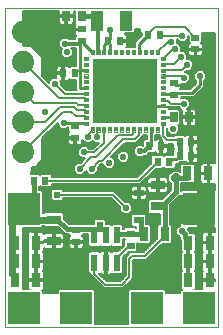
<source format=gbl>
G75*
%MOIN*%
%OFA0B0*%
%FSLAX25Y25*%
%IPPOS*%
%LPD*%
%AMOC8*
5,1,8,0,0,1.08239X$1,22.5*
%
%ADD10C,0.00000*%
%ADD11C,0.00344*%
%ADD12R,0.21260X0.21260*%
%ADD13R,0.02362X0.02756*%
%ADD14R,0.03937X0.06693*%
%ADD15R,0.02756X0.02362*%
%ADD16C,0.07400*%
%ADD17R,0.02756X0.03543*%
%ADD18R,0.10630X0.10630*%
%ADD19R,0.03150X0.04724*%
%ADD20R,0.04724X0.03150*%
%ADD21R,0.02323X0.05709*%
%ADD22R,0.03268X0.02480*%
%ADD23C,0.00600*%
%ADD24OC8,0.02205*%
%ADD25C,0.01000*%
%ADD26R,0.02205X0.02205*%
%ADD27C,0.02362*%
%ADD28C,0.01200*%
%ADD29OC8,0.03150*%
%ADD30C,0.01600*%
%ADD31C,0.00800*%
D10*
X0029368Y0021236D02*
X0029368Y0127535D01*
X0100234Y0127535D01*
X0100234Y0021236D01*
X0029368Y0021236D01*
X0031375Y0023835D02*
X0031377Y0023883D01*
X0031383Y0023931D01*
X0031393Y0023978D01*
X0031406Y0024024D01*
X0031424Y0024069D01*
X0031444Y0024113D01*
X0031469Y0024155D01*
X0031497Y0024194D01*
X0031527Y0024231D01*
X0031561Y0024265D01*
X0031598Y0024297D01*
X0031636Y0024326D01*
X0031677Y0024351D01*
X0031720Y0024373D01*
X0031765Y0024391D01*
X0031811Y0024405D01*
X0031858Y0024416D01*
X0031906Y0024423D01*
X0031954Y0024426D01*
X0032002Y0024425D01*
X0032050Y0024420D01*
X0032098Y0024411D01*
X0032144Y0024399D01*
X0032189Y0024382D01*
X0032233Y0024362D01*
X0032275Y0024339D01*
X0032315Y0024312D01*
X0032353Y0024282D01*
X0032388Y0024249D01*
X0032420Y0024213D01*
X0032450Y0024175D01*
X0032476Y0024134D01*
X0032498Y0024091D01*
X0032518Y0024047D01*
X0032533Y0024002D01*
X0032545Y0023955D01*
X0032553Y0023907D01*
X0032557Y0023859D01*
X0032557Y0023811D01*
X0032553Y0023763D01*
X0032545Y0023715D01*
X0032533Y0023668D01*
X0032518Y0023623D01*
X0032498Y0023579D01*
X0032476Y0023536D01*
X0032450Y0023495D01*
X0032420Y0023457D01*
X0032388Y0023421D01*
X0032353Y0023388D01*
X0032315Y0023358D01*
X0032275Y0023331D01*
X0032233Y0023308D01*
X0032189Y0023288D01*
X0032144Y0023271D01*
X0032098Y0023259D01*
X0032050Y0023250D01*
X0032002Y0023245D01*
X0031954Y0023244D01*
X0031906Y0023247D01*
X0031858Y0023254D01*
X0031811Y0023265D01*
X0031765Y0023279D01*
X0031720Y0023297D01*
X0031677Y0023319D01*
X0031636Y0023344D01*
X0031598Y0023373D01*
X0031561Y0023405D01*
X0031527Y0023439D01*
X0031497Y0023476D01*
X0031469Y0023515D01*
X0031444Y0023557D01*
X0031424Y0023601D01*
X0031406Y0023646D01*
X0031393Y0023692D01*
X0031383Y0023739D01*
X0031377Y0023787D01*
X0031375Y0023835D01*
X0031375Y0031236D02*
X0031377Y0031284D01*
X0031383Y0031332D01*
X0031393Y0031379D01*
X0031406Y0031425D01*
X0031424Y0031470D01*
X0031444Y0031514D01*
X0031469Y0031556D01*
X0031497Y0031595D01*
X0031527Y0031632D01*
X0031561Y0031666D01*
X0031598Y0031698D01*
X0031636Y0031727D01*
X0031677Y0031752D01*
X0031720Y0031774D01*
X0031765Y0031792D01*
X0031811Y0031806D01*
X0031858Y0031817D01*
X0031906Y0031824D01*
X0031954Y0031827D01*
X0032002Y0031826D01*
X0032050Y0031821D01*
X0032098Y0031812D01*
X0032144Y0031800D01*
X0032189Y0031783D01*
X0032233Y0031763D01*
X0032275Y0031740D01*
X0032315Y0031713D01*
X0032353Y0031683D01*
X0032388Y0031650D01*
X0032420Y0031614D01*
X0032450Y0031576D01*
X0032476Y0031535D01*
X0032498Y0031492D01*
X0032518Y0031448D01*
X0032533Y0031403D01*
X0032545Y0031356D01*
X0032553Y0031308D01*
X0032557Y0031260D01*
X0032557Y0031212D01*
X0032553Y0031164D01*
X0032545Y0031116D01*
X0032533Y0031069D01*
X0032518Y0031024D01*
X0032498Y0030980D01*
X0032476Y0030937D01*
X0032450Y0030896D01*
X0032420Y0030858D01*
X0032388Y0030822D01*
X0032353Y0030789D01*
X0032315Y0030759D01*
X0032275Y0030732D01*
X0032233Y0030709D01*
X0032189Y0030689D01*
X0032144Y0030672D01*
X0032098Y0030660D01*
X0032050Y0030651D01*
X0032002Y0030646D01*
X0031954Y0030645D01*
X0031906Y0030648D01*
X0031858Y0030655D01*
X0031811Y0030666D01*
X0031765Y0030680D01*
X0031720Y0030698D01*
X0031677Y0030720D01*
X0031636Y0030745D01*
X0031598Y0030774D01*
X0031561Y0030806D01*
X0031527Y0030840D01*
X0031497Y0030877D01*
X0031469Y0030916D01*
X0031444Y0030958D01*
X0031424Y0031002D01*
X0031406Y0031047D01*
X0031393Y0031093D01*
X0031383Y0031140D01*
X0031377Y0031188D01*
X0031375Y0031236D01*
X0038777Y0031236D02*
X0038779Y0031284D01*
X0038785Y0031332D01*
X0038795Y0031379D01*
X0038808Y0031425D01*
X0038826Y0031470D01*
X0038846Y0031514D01*
X0038871Y0031556D01*
X0038899Y0031595D01*
X0038929Y0031632D01*
X0038963Y0031666D01*
X0039000Y0031698D01*
X0039038Y0031727D01*
X0039079Y0031752D01*
X0039122Y0031774D01*
X0039167Y0031792D01*
X0039213Y0031806D01*
X0039260Y0031817D01*
X0039308Y0031824D01*
X0039356Y0031827D01*
X0039404Y0031826D01*
X0039452Y0031821D01*
X0039500Y0031812D01*
X0039546Y0031800D01*
X0039591Y0031783D01*
X0039635Y0031763D01*
X0039677Y0031740D01*
X0039717Y0031713D01*
X0039755Y0031683D01*
X0039790Y0031650D01*
X0039822Y0031614D01*
X0039852Y0031576D01*
X0039878Y0031535D01*
X0039900Y0031492D01*
X0039920Y0031448D01*
X0039935Y0031403D01*
X0039947Y0031356D01*
X0039955Y0031308D01*
X0039959Y0031260D01*
X0039959Y0031212D01*
X0039955Y0031164D01*
X0039947Y0031116D01*
X0039935Y0031069D01*
X0039920Y0031024D01*
X0039900Y0030980D01*
X0039878Y0030937D01*
X0039852Y0030896D01*
X0039822Y0030858D01*
X0039790Y0030822D01*
X0039755Y0030789D01*
X0039717Y0030759D01*
X0039677Y0030732D01*
X0039635Y0030709D01*
X0039591Y0030689D01*
X0039546Y0030672D01*
X0039500Y0030660D01*
X0039452Y0030651D01*
X0039404Y0030646D01*
X0039356Y0030645D01*
X0039308Y0030648D01*
X0039260Y0030655D01*
X0039213Y0030666D01*
X0039167Y0030680D01*
X0039122Y0030698D01*
X0039079Y0030720D01*
X0039038Y0030745D01*
X0039000Y0030774D01*
X0038963Y0030806D01*
X0038929Y0030840D01*
X0038899Y0030877D01*
X0038871Y0030916D01*
X0038846Y0030958D01*
X0038826Y0031002D01*
X0038808Y0031047D01*
X0038795Y0031093D01*
X0038785Y0031140D01*
X0038779Y0031188D01*
X0038777Y0031236D01*
X0038777Y0023835D02*
X0038779Y0023883D01*
X0038785Y0023931D01*
X0038795Y0023978D01*
X0038808Y0024024D01*
X0038826Y0024069D01*
X0038846Y0024113D01*
X0038871Y0024155D01*
X0038899Y0024194D01*
X0038929Y0024231D01*
X0038963Y0024265D01*
X0039000Y0024297D01*
X0039038Y0024326D01*
X0039079Y0024351D01*
X0039122Y0024373D01*
X0039167Y0024391D01*
X0039213Y0024405D01*
X0039260Y0024416D01*
X0039308Y0024423D01*
X0039356Y0024426D01*
X0039404Y0024425D01*
X0039452Y0024420D01*
X0039500Y0024411D01*
X0039546Y0024399D01*
X0039591Y0024382D01*
X0039635Y0024362D01*
X0039677Y0024339D01*
X0039717Y0024312D01*
X0039755Y0024282D01*
X0039790Y0024249D01*
X0039822Y0024213D01*
X0039852Y0024175D01*
X0039878Y0024134D01*
X0039900Y0024091D01*
X0039920Y0024047D01*
X0039935Y0024002D01*
X0039947Y0023955D01*
X0039955Y0023907D01*
X0039959Y0023859D01*
X0039959Y0023811D01*
X0039955Y0023763D01*
X0039947Y0023715D01*
X0039935Y0023668D01*
X0039920Y0023623D01*
X0039900Y0023579D01*
X0039878Y0023536D01*
X0039852Y0023495D01*
X0039822Y0023457D01*
X0039790Y0023421D01*
X0039755Y0023388D01*
X0039717Y0023358D01*
X0039677Y0023331D01*
X0039635Y0023308D01*
X0039591Y0023288D01*
X0039546Y0023271D01*
X0039500Y0023259D01*
X0039452Y0023250D01*
X0039404Y0023245D01*
X0039356Y0023244D01*
X0039308Y0023247D01*
X0039260Y0023254D01*
X0039213Y0023265D01*
X0039167Y0023279D01*
X0039122Y0023297D01*
X0039079Y0023319D01*
X0039038Y0023344D01*
X0039000Y0023373D01*
X0038963Y0023405D01*
X0038929Y0023439D01*
X0038899Y0023476D01*
X0038871Y0023515D01*
X0038846Y0023557D01*
X0038826Y0023601D01*
X0038808Y0023646D01*
X0038795Y0023692D01*
X0038785Y0023739D01*
X0038779Y0023787D01*
X0038777Y0023835D01*
X0048698Y0023835D02*
X0048700Y0023883D01*
X0048706Y0023931D01*
X0048716Y0023978D01*
X0048729Y0024024D01*
X0048747Y0024069D01*
X0048767Y0024113D01*
X0048792Y0024155D01*
X0048820Y0024194D01*
X0048850Y0024231D01*
X0048884Y0024265D01*
X0048921Y0024297D01*
X0048959Y0024326D01*
X0049000Y0024351D01*
X0049043Y0024373D01*
X0049088Y0024391D01*
X0049134Y0024405D01*
X0049181Y0024416D01*
X0049229Y0024423D01*
X0049277Y0024426D01*
X0049325Y0024425D01*
X0049373Y0024420D01*
X0049421Y0024411D01*
X0049467Y0024399D01*
X0049512Y0024382D01*
X0049556Y0024362D01*
X0049598Y0024339D01*
X0049638Y0024312D01*
X0049676Y0024282D01*
X0049711Y0024249D01*
X0049743Y0024213D01*
X0049773Y0024175D01*
X0049799Y0024134D01*
X0049821Y0024091D01*
X0049841Y0024047D01*
X0049856Y0024002D01*
X0049868Y0023955D01*
X0049876Y0023907D01*
X0049880Y0023859D01*
X0049880Y0023811D01*
X0049876Y0023763D01*
X0049868Y0023715D01*
X0049856Y0023668D01*
X0049841Y0023623D01*
X0049821Y0023579D01*
X0049799Y0023536D01*
X0049773Y0023495D01*
X0049743Y0023457D01*
X0049711Y0023421D01*
X0049676Y0023388D01*
X0049638Y0023358D01*
X0049598Y0023331D01*
X0049556Y0023308D01*
X0049512Y0023288D01*
X0049467Y0023271D01*
X0049421Y0023259D01*
X0049373Y0023250D01*
X0049325Y0023245D01*
X0049277Y0023244D01*
X0049229Y0023247D01*
X0049181Y0023254D01*
X0049134Y0023265D01*
X0049088Y0023279D01*
X0049043Y0023297D01*
X0049000Y0023319D01*
X0048959Y0023344D01*
X0048921Y0023373D01*
X0048884Y0023405D01*
X0048850Y0023439D01*
X0048820Y0023476D01*
X0048792Y0023515D01*
X0048767Y0023557D01*
X0048747Y0023601D01*
X0048729Y0023646D01*
X0048716Y0023692D01*
X0048706Y0023739D01*
X0048700Y0023787D01*
X0048698Y0023835D01*
X0048698Y0031236D02*
X0048700Y0031284D01*
X0048706Y0031332D01*
X0048716Y0031379D01*
X0048729Y0031425D01*
X0048747Y0031470D01*
X0048767Y0031514D01*
X0048792Y0031556D01*
X0048820Y0031595D01*
X0048850Y0031632D01*
X0048884Y0031666D01*
X0048921Y0031698D01*
X0048959Y0031727D01*
X0049000Y0031752D01*
X0049043Y0031774D01*
X0049088Y0031792D01*
X0049134Y0031806D01*
X0049181Y0031817D01*
X0049229Y0031824D01*
X0049277Y0031827D01*
X0049325Y0031826D01*
X0049373Y0031821D01*
X0049421Y0031812D01*
X0049467Y0031800D01*
X0049512Y0031783D01*
X0049556Y0031763D01*
X0049598Y0031740D01*
X0049638Y0031713D01*
X0049676Y0031683D01*
X0049711Y0031650D01*
X0049743Y0031614D01*
X0049773Y0031576D01*
X0049799Y0031535D01*
X0049821Y0031492D01*
X0049841Y0031448D01*
X0049856Y0031403D01*
X0049868Y0031356D01*
X0049876Y0031308D01*
X0049880Y0031260D01*
X0049880Y0031212D01*
X0049876Y0031164D01*
X0049868Y0031116D01*
X0049856Y0031069D01*
X0049841Y0031024D01*
X0049821Y0030980D01*
X0049799Y0030937D01*
X0049773Y0030896D01*
X0049743Y0030858D01*
X0049711Y0030822D01*
X0049676Y0030789D01*
X0049638Y0030759D01*
X0049598Y0030732D01*
X0049556Y0030709D01*
X0049512Y0030689D01*
X0049467Y0030672D01*
X0049421Y0030660D01*
X0049373Y0030651D01*
X0049325Y0030646D01*
X0049277Y0030645D01*
X0049229Y0030648D01*
X0049181Y0030655D01*
X0049134Y0030666D01*
X0049088Y0030680D01*
X0049043Y0030698D01*
X0049000Y0030720D01*
X0048959Y0030745D01*
X0048921Y0030774D01*
X0048884Y0030806D01*
X0048850Y0030840D01*
X0048820Y0030877D01*
X0048792Y0030916D01*
X0048767Y0030958D01*
X0048747Y0031002D01*
X0048729Y0031047D01*
X0048716Y0031093D01*
X0048706Y0031140D01*
X0048700Y0031188D01*
X0048698Y0031236D01*
X0056100Y0031236D02*
X0056102Y0031284D01*
X0056108Y0031332D01*
X0056118Y0031379D01*
X0056131Y0031425D01*
X0056149Y0031470D01*
X0056169Y0031514D01*
X0056194Y0031556D01*
X0056222Y0031595D01*
X0056252Y0031632D01*
X0056286Y0031666D01*
X0056323Y0031698D01*
X0056361Y0031727D01*
X0056402Y0031752D01*
X0056445Y0031774D01*
X0056490Y0031792D01*
X0056536Y0031806D01*
X0056583Y0031817D01*
X0056631Y0031824D01*
X0056679Y0031827D01*
X0056727Y0031826D01*
X0056775Y0031821D01*
X0056823Y0031812D01*
X0056869Y0031800D01*
X0056914Y0031783D01*
X0056958Y0031763D01*
X0057000Y0031740D01*
X0057040Y0031713D01*
X0057078Y0031683D01*
X0057113Y0031650D01*
X0057145Y0031614D01*
X0057175Y0031576D01*
X0057201Y0031535D01*
X0057223Y0031492D01*
X0057243Y0031448D01*
X0057258Y0031403D01*
X0057270Y0031356D01*
X0057278Y0031308D01*
X0057282Y0031260D01*
X0057282Y0031212D01*
X0057278Y0031164D01*
X0057270Y0031116D01*
X0057258Y0031069D01*
X0057243Y0031024D01*
X0057223Y0030980D01*
X0057201Y0030937D01*
X0057175Y0030896D01*
X0057145Y0030858D01*
X0057113Y0030822D01*
X0057078Y0030789D01*
X0057040Y0030759D01*
X0057000Y0030732D01*
X0056958Y0030709D01*
X0056914Y0030689D01*
X0056869Y0030672D01*
X0056823Y0030660D01*
X0056775Y0030651D01*
X0056727Y0030646D01*
X0056679Y0030645D01*
X0056631Y0030648D01*
X0056583Y0030655D01*
X0056536Y0030666D01*
X0056490Y0030680D01*
X0056445Y0030698D01*
X0056402Y0030720D01*
X0056361Y0030745D01*
X0056323Y0030774D01*
X0056286Y0030806D01*
X0056252Y0030840D01*
X0056222Y0030877D01*
X0056194Y0030916D01*
X0056169Y0030958D01*
X0056149Y0031002D01*
X0056131Y0031047D01*
X0056118Y0031093D01*
X0056108Y0031140D01*
X0056102Y0031188D01*
X0056100Y0031236D01*
X0056100Y0023835D02*
X0056102Y0023883D01*
X0056108Y0023931D01*
X0056118Y0023978D01*
X0056131Y0024024D01*
X0056149Y0024069D01*
X0056169Y0024113D01*
X0056194Y0024155D01*
X0056222Y0024194D01*
X0056252Y0024231D01*
X0056286Y0024265D01*
X0056323Y0024297D01*
X0056361Y0024326D01*
X0056402Y0024351D01*
X0056445Y0024373D01*
X0056490Y0024391D01*
X0056536Y0024405D01*
X0056583Y0024416D01*
X0056631Y0024423D01*
X0056679Y0024426D01*
X0056727Y0024425D01*
X0056775Y0024420D01*
X0056823Y0024411D01*
X0056869Y0024399D01*
X0056914Y0024382D01*
X0056958Y0024362D01*
X0057000Y0024339D01*
X0057040Y0024312D01*
X0057078Y0024282D01*
X0057113Y0024249D01*
X0057145Y0024213D01*
X0057175Y0024175D01*
X0057201Y0024134D01*
X0057223Y0024091D01*
X0057243Y0024047D01*
X0057258Y0024002D01*
X0057270Y0023955D01*
X0057278Y0023907D01*
X0057282Y0023859D01*
X0057282Y0023811D01*
X0057278Y0023763D01*
X0057270Y0023715D01*
X0057258Y0023668D01*
X0057243Y0023623D01*
X0057223Y0023579D01*
X0057201Y0023536D01*
X0057175Y0023495D01*
X0057145Y0023457D01*
X0057113Y0023421D01*
X0057078Y0023388D01*
X0057040Y0023358D01*
X0057000Y0023331D01*
X0056958Y0023308D01*
X0056914Y0023288D01*
X0056869Y0023271D01*
X0056823Y0023259D01*
X0056775Y0023250D01*
X0056727Y0023245D01*
X0056679Y0023244D01*
X0056631Y0023247D01*
X0056583Y0023254D01*
X0056536Y0023265D01*
X0056490Y0023279D01*
X0056445Y0023297D01*
X0056402Y0023319D01*
X0056361Y0023344D01*
X0056323Y0023373D01*
X0056286Y0023405D01*
X0056252Y0023439D01*
X0056222Y0023476D01*
X0056194Y0023515D01*
X0056169Y0023557D01*
X0056149Y0023601D01*
X0056131Y0023646D01*
X0056118Y0023692D01*
X0056108Y0023739D01*
X0056102Y0023787D01*
X0056100Y0023835D01*
X0072320Y0023835D02*
X0072322Y0023883D01*
X0072328Y0023931D01*
X0072338Y0023978D01*
X0072351Y0024024D01*
X0072369Y0024069D01*
X0072389Y0024113D01*
X0072414Y0024155D01*
X0072442Y0024194D01*
X0072472Y0024231D01*
X0072506Y0024265D01*
X0072543Y0024297D01*
X0072581Y0024326D01*
X0072622Y0024351D01*
X0072665Y0024373D01*
X0072710Y0024391D01*
X0072756Y0024405D01*
X0072803Y0024416D01*
X0072851Y0024423D01*
X0072899Y0024426D01*
X0072947Y0024425D01*
X0072995Y0024420D01*
X0073043Y0024411D01*
X0073089Y0024399D01*
X0073134Y0024382D01*
X0073178Y0024362D01*
X0073220Y0024339D01*
X0073260Y0024312D01*
X0073298Y0024282D01*
X0073333Y0024249D01*
X0073365Y0024213D01*
X0073395Y0024175D01*
X0073421Y0024134D01*
X0073443Y0024091D01*
X0073463Y0024047D01*
X0073478Y0024002D01*
X0073490Y0023955D01*
X0073498Y0023907D01*
X0073502Y0023859D01*
X0073502Y0023811D01*
X0073498Y0023763D01*
X0073490Y0023715D01*
X0073478Y0023668D01*
X0073463Y0023623D01*
X0073443Y0023579D01*
X0073421Y0023536D01*
X0073395Y0023495D01*
X0073365Y0023457D01*
X0073333Y0023421D01*
X0073298Y0023388D01*
X0073260Y0023358D01*
X0073220Y0023331D01*
X0073178Y0023308D01*
X0073134Y0023288D01*
X0073089Y0023271D01*
X0073043Y0023259D01*
X0072995Y0023250D01*
X0072947Y0023245D01*
X0072899Y0023244D01*
X0072851Y0023247D01*
X0072803Y0023254D01*
X0072756Y0023265D01*
X0072710Y0023279D01*
X0072665Y0023297D01*
X0072622Y0023319D01*
X0072581Y0023344D01*
X0072543Y0023373D01*
X0072506Y0023405D01*
X0072472Y0023439D01*
X0072442Y0023476D01*
X0072414Y0023515D01*
X0072389Y0023557D01*
X0072369Y0023601D01*
X0072351Y0023646D01*
X0072338Y0023692D01*
X0072328Y0023739D01*
X0072322Y0023787D01*
X0072320Y0023835D01*
X0072320Y0031236D02*
X0072322Y0031284D01*
X0072328Y0031332D01*
X0072338Y0031379D01*
X0072351Y0031425D01*
X0072369Y0031470D01*
X0072389Y0031514D01*
X0072414Y0031556D01*
X0072442Y0031595D01*
X0072472Y0031632D01*
X0072506Y0031666D01*
X0072543Y0031698D01*
X0072581Y0031727D01*
X0072622Y0031752D01*
X0072665Y0031774D01*
X0072710Y0031792D01*
X0072756Y0031806D01*
X0072803Y0031817D01*
X0072851Y0031824D01*
X0072899Y0031827D01*
X0072947Y0031826D01*
X0072995Y0031821D01*
X0073043Y0031812D01*
X0073089Y0031800D01*
X0073134Y0031783D01*
X0073178Y0031763D01*
X0073220Y0031740D01*
X0073260Y0031713D01*
X0073298Y0031683D01*
X0073333Y0031650D01*
X0073365Y0031614D01*
X0073395Y0031576D01*
X0073421Y0031535D01*
X0073443Y0031492D01*
X0073463Y0031448D01*
X0073478Y0031403D01*
X0073490Y0031356D01*
X0073498Y0031308D01*
X0073502Y0031260D01*
X0073502Y0031212D01*
X0073498Y0031164D01*
X0073490Y0031116D01*
X0073478Y0031069D01*
X0073463Y0031024D01*
X0073443Y0030980D01*
X0073421Y0030937D01*
X0073395Y0030896D01*
X0073365Y0030858D01*
X0073333Y0030822D01*
X0073298Y0030789D01*
X0073260Y0030759D01*
X0073220Y0030732D01*
X0073178Y0030709D01*
X0073134Y0030689D01*
X0073089Y0030672D01*
X0073043Y0030660D01*
X0072995Y0030651D01*
X0072947Y0030646D01*
X0072899Y0030645D01*
X0072851Y0030648D01*
X0072803Y0030655D01*
X0072756Y0030666D01*
X0072710Y0030680D01*
X0072665Y0030698D01*
X0072622Y0030720D01*
X0072581Y0030745D01*
X0072543Y0030774D01*
X0072506Y0030806D01*
X0072472Y0030840D01*
X0072442Y0030877D01*
X0072414Y0030916D01*
X0072389Y0030958D01*
X0072369Y0031002D01*
X0072351Y0031047D01*
X0072338Y0031093D01*
X0072328Y0031140D01*
X0072322Y0031188D01*
X0072320Y0031236D01*
X0079722Y0031236D02*
X0079724Y0031284D01*
X0079730Y0031332D01*
X0079740Y0031379D01*
X0079753Y0031425D01*
X0079771Y0031470D01*
X0079791Y0031514D01*
X0079816Y0031556D01*
X0079844Y0031595D01*
X0079874Y0031632D01*
X0079908Y0031666D01*
X0079945Y0031698D01*
X0079983Y0031727D01*
X0080024Y0031752D01*
X0080067Y0031774D01*
X0080112Y0031792D01*
X0080158Y0031806D01*
X0080205Y0031817D01*
X0080253Y0031824D01*
X0080301Y0031827D01*
X0080349Y0031826D01*
X0080397Y0031821D01*
X0080445Y0031812D01*
X0080491Y0031800D01*
X0080536Y0031783D01*
X0080580Y0031763D01*
X0080622Y0031740D01*
X0080662Y0031713D01*
X0080700Y0031683D01*
X0080735Y0031650D01*
X0080767Y0031614D01*
X0080797Y0031576D01*
X0080823Y0031535D01*
X0080845Y0031492D01*
X0080865Y0031448D01*
X0080880Y0031403D01*
X0080892Y0031356D01*
X0080900Y0031308D01*
X0080904Y0031260D01*
X0080904Y0031212D01*
X0080900Y0031164D01*
X0080892Y0031116D01*
X0080880Y0031069D01*
X0080865Y0031024D01*
X0080845Y0030980D01*
X0080823Y0030937D01*
X0080797Y0030896D01*
X0080767Y0030858D01*
X0080735Y0030822D01*
X0080700Y0030789D01*
X0080662Y0030759D01*
X0080622Y0030732D01*
X0080580Y0030709D01*
X0080536Y0030689D01*
X0080491Y0030672D01*
X0080445Y0030660D01*
X0080397Y0030651D01*
X0080349Y0030646D01*
X0080301Y0030645D01*
X0080253Y0030648D01*
X0080205Y0030655D01*
X0080158Y0030666D01*
X0080112Y0030680D01*
X0080067Y0030698D01*
X0080024Y0030720D01*
X0079983Y0030745D01*
X0079945Y0030774D01*
X0079908Y0030806D01*
X0079874Y0030840D01*
X0079844Y0030877D01*
X0079816Y0030916D01*
X0079791Y0030958D01*
X0079771Y0031002D01*
X0079753Y0031047D01*
X0079740Y0031093D01*
X0079730Y0031140D01*
X0079724Y0031188D01*
X0079722Y0031236D01*
X0079722Y0023835D02*
X0079724Y0023883D01*
X0079730Y0023931D01*
X0079740Y0023978D01*
X0079753Y0024024D01*
X0079771Y0024069D01*
X0079791Y0024113D01*
X0079816Y0024155D01*
X0079844Y0024194D01*
X0079874Y0024231D01*
X0079908Y0024265D01*
X0079945Y0024297D01*
X0079983Y0024326D01*
X0080024Y0024351D01*
X0080067Y0024373D01*
X0080112Y0024391D01*
X0080158Y0024405D01*
X0080205Y0024416D01*
X0080253Y0024423D01*
X0080301Y0024426D01*
X0080349Y0024425D01*
X0080397Y0024420D01*
X0080445Y0024411D01*
X0080491Y0024399D01*
X0080536Y0024382D01*
X0080580Y0024362D01*
X0080622Y0024339D01*
X0080662Y0024312D01*
X0080700Y0024282D01*
X0080735Y0024249D01*
X0080767Y0024213D01*
X0080797Y0024175D01*
X0080823Y0024134D01*
X0080845Y0024091D01*
X0080865Y0024047D01*
X0080880Y0024002D01*
X0080892Y0023955D01*
X0080900Y0023907D01*
X0080904Y0023859D01*
X0080904Y0023811D01*
X0080900Y0023763D01*
X0080892Y0023715D01*
X0080880Y0023668D01*
X0080865Y0023623D01*
X0080845Y0023579D01*
X0080823Y0023536D01*
X0080797Y0023495D01*
X0080767Y0023457D01*
X0080735Y0023421D01*
X0080700Y0023388D01*
X0080662Y0023358D01*
X0080622Y0023331D01*
X0080580Y0023308D01*
X0080536Y0023288D01*
X0080491Y0023271D01*
X0080445Y0023259D01*
X0080397Y0023250D01*
X0080349Y0023245D01*
X0080301Y0023244D01*
X0080253Y0023247D01*
X0080205Y0023254D01*
X0080158Y0023265D01*
X0080112Y0023279D01*
X0080067Y0023297D01*
X0080024Y0023319D01*
X0079983Y0023344D01*
X0079945Y0023373D01*
X0079908Y0023405D01*
X0079874Y0023439D01*
X0079844Y0023476D01*
X0079816Y0023515D01*
X0079791Y0023557D01*
X0079771Y0023601D01*
X0079753Y0023646D01*
X0079740Y0023692D01*
X0079730Y0023739D01*
X0079724Y0023787D01*
X0079722Y0023835D01*
X0089643Y0023835D02*
X0089645Y0023883D01*
X0089651Y0023931D01*
X0089661Y0023978D01*
X0089674Y0024024D01*
X0089692Y0024069D01*
X0089712Y0024113D01*
X0089737Y0024155D01*
X0089765Y0024194D01*
X0089795Y0024231D01*
X0089829Y0024265D01*
X0089866Y0024297D01*
X0089904Y0024326D01*
X0089945Y0024351D01*
X0089988Y0024373D01*
X0090033Y0024391D01*
X0090079Y0024405D01*
X0090126Y0024416D01*
X0090174Y0024423D01*
X0090222Y0024426D01*
X0090270Y0024425D01*
X0090318Y0024420D01*
X0090366Y0024411D01*
X0090412Y0024399D01*
X0090457Y0024382D01*
X0090501Y0024362D01*
X0090543Y0024339D01*
X0090583Y0024312D01*
X0090621Y0024282D01*
X0090656Y0024249D01*
X0090688Y0024213D01*
X0090718Y0024175D01*
X0090744Y0024134D01*
X0090766Y0024091D01*
X0090786Y0024047D01*
X0090801Y0024002D01*
X0090813Y0023955D01*
X0090821Y0023907D01*
X0090825Y0023859D01*
X0090825Y0023811D01*
X0090821Y0023763D01*
X0090813Y0023715D01*
X0090801Y0023668D01*
X0090786Y0023623D01*
X0090766Y0023579D01*
X0090744Y0023536D01*
X0090718Y0023495D01*
X0090688Y0023457D01*
X0090656Y0023421D01*
X0090621Y0023388D01*
X0090583Y0023358D01*
X0090543Y0023331D01*
X0090501Y0023308D01*
X0090457Y0023288D01*
X0090412Y0023271D01*
X0090366Y0023259D01*
X0090318Y0023250D01*
X0090270Y0023245D01*
X0090222Y0023244D01*
X0090174Y0023247D01*
X0090126Y0023254D01*
X0090079Y0023265D01*
X0090033Y0023279D01*
X0089988Y0023297D01*
X0089945Y0023319D01*
X0089904Y0023344D01*
X0089866Y0023373D01*
X0089829Y0023405D01*
X0089795Y0023439D01*
X0089765Y0023476D01*
X0089737Y0023515D01*
X0089712Y0023557D01*
X0089692Y0023601D01*
X0089674Y0023646D01*
X0089661Y0023692D01*
X0089651Y0023739D01*
X0089645Y0023787D01*
X0089643Y0023835D01*
X0089643Y0031236D02*
X0089645Y0031284D01*
X0089651Y0031332D01*
X0089661Y0031379D01*
X0089674Y0031425D01*
X0089692Y0031470D01*
X0089712Y0031514D01*
X0089737Y0031556D01*
X0089765Y0031595D01*
X0089795Y0031632D01*
X0089829Y0031666D01*
X0089866Y0031698D01*
X0089904Y0031727D01*
X0089945Y0031752D01*
X0089988Y0031774D01*
X0090033Y0031792D01*
X0090079Y0031806D01*
X0090126Y0031817D01*
X0090174Y0031824D01*
X0090222Y0031827D01*
X0090270Y0031826D01*
X0090318Y0031821D01*
X0090366Y0031812D01*
X0090412Y0031800D01*
X0090457Y0031783D01*
X0090501Y0031763D01*
X0090543Y0031740D01*
X0090583Y0031713D01*
X0090621Y0031683D01*
X0090656Y0031650D01*
X0090688Y0031614D01*
X0090718Y0031576D01*
X0090744Y0031535D01*
X0090766Y0031492D01*
X0090786Y0031448D01*
X0090801Y0031403D01*
X0090813Y0031356D01*
X0090821Y0031308D01*
X0090825Y0031260D01*
X0090825Y0031212D01*
X0090821Y0031164D01*
X0090813Y0031116D01*
X0090801Y0031069D01*
X0090786Y0031024D01*
X0090766Y0030980D01*
X0090744Y0030937D01*
X0090718Y0030896D01*
X0090688Y0030858D01*
X0090656Y0030822D01*
X0090621Y0030789D01*
X0090583Y0030759D01*
X0090543Y0030732D01*
X0090501Y0030709D01*
X0090457Y0030689D01*
X0090412Y0030672D01*
X0090366Y0030660D01*
X0090318Y0030651D01*
X0090270Y0030646D01*
X0090222Y0030645D01*
X0090174Y0030648D01*
X0090126Y0030655D01*
X0090079Y0030666D01*
X0090033Y0030680D01*
X0089988Y0030698D01*
X0089945Y0030720D01*
X0089904Y0030745D01*
X0089866Y0030774D01*
X0089829Y0030806D01*
X0089795Y0030840D01*
X0089765Y0030877D01*
X0089737Y0030916D01*
X0089712Y0030958D01*
X0089692Y0031002D01*
X0089674Y0031047D01*
X0089661Y0031093D01*
X0089651Y0031140D01*
X0089645Y0031188D01*
X0089643Y0031236D01*
X0097044Y0031236D02*
X0097046Y0031284D01*
X0097052Y0031332D01*
X0097062Y0031379D01*
X0097075Y0031425D01*
X0097093Y0031470D01*
X0097113Y0031514D01*
X0097138Y0031556D01*
X0097166Y0031595D01*
X0097196Y0031632D01*
X0097230Y0031666D01*
X0097267Y0031698D01*
X0097305Y0031727D01*
X0097346Y0031752D01*
X0097389Y0031774D01*
X0097434Y0031792D01*
X0097480Y0031806D01*
X0097527Y0031817D01*
X0097575Y0031824D01*
X0097623Y0031827D01*
X0097671Y0031826D01*
X0097719Y0031821D01*
X0097767Y0031812D01*
X0097813Y0031800D01*
X0097858Y0031783D01*
X0097902Y0031763D01*
X0097944Y0031740D01*
X0097984Y0031713D01*
X0098022Y0031683D01*
X0098057Y0031650D01*
X0098089Y0031614D01*
X0098119Y0031576D01*
X0098145Y0031535D01*
X0098167Y0031492D01*
X0098187Y0031448D01*
X0098202Y0031403D01*
X0098214Y0031356D01*
X0098222Y0031308D01*
X0098226Y0031260D01*
X0098226Y0031212D01*
X0098222Y0031164D01*
X0098214Y0031116D01*
X0098202Y0031069D01*
X0098187Y0031024D01*
X0098167Y0030980D01*
X0098145Y0030937D01*
X0098119Y0030896D01*
X0098089Y0030858D01*
X0098057Y0030822D01*
X0098022Y0030789D01*
X0097984Y0030759D01*
X0097944Y0030732D01*
X0097902Y0030709D01*
X0097858Y0030689D01*
X0097813Y0030672D01*
X0097767Y0030660D01*
X0097719Y0030651D01*
X0097671Y0030646D01*
X0097623Y0030645D01*
X0097575Y0030648D01*
X0097527Y0030655D01*
X0097480Y0030666D01*
X0097434Y0030680D01*
X0097389Y0030698D01*
X0097346Y0030720D01*
X0097305Y0030745D01*
X0097267Y0030774D01*
X0097230Y0030806D01*
X0097196Y0030840D01*
X0097166Y0030877D01*
X0097138Y0030916D01*
X0097113Y0030958D01*
X0097093Y0031002D01*
X0097075Y0031047D01*
X0097062Y0031093D01*
X0097052Y0031140D01*
X0097046Y0031188D01*
X0097044Y0031236D01*
X0097044Y0023835D02*
X0097046Y0023883D01*
X0097052Y0023931D01*
X0097062Y0023978D01*
X0097075Y0024024D01*
X0097093Y0024069D01*
X0097113Y0024113D01*
X0097138Y0024155D01*
X0097166Y0024194D01*
X0097196Y0024231D01*
X0097230Y0024265D01*
X0097267Y0024297D01*
X0097305Y0024326D01*
X0097346Y0024351D01*
X0097389Y0024373D01*
X0097434Y0024391D01*
X0097480Y0024405D01*
X0097527Y0024416D01*
X0097575Y0024423D01*
X0097623Y0024426D01*
X0097671Y0024425D01*
X0097719Y0024420D01*
X0097767Y0024411D01*
X0097813Y0024399D01*
X0097858Y0024382D01*
X0097902Y0024362D01*
X0097944Y0024339D01*
X0097984Y0024312D01*
X0098022Y0024282D01*
X0098057Y0024249D01*
X0098089Y0024213D01*
X0098119Y0024175D01*
X0098145Y0024134D01*
X0098167Y0024091D01*
X0098187Y0024047D01*
X0098202Y0024002D01*
X0098214Y0023955D01*
X0098222Y0023907D01*
X0098226Y0023859D01*
X0098226Y0023811D01*
X0098222Y0023763D01*
X0098214Y0023715D01*
X0098202Y0023668D01*
X0098187Y0023623D01*
X0098167Y0023579D01*
X0098145Y0023536D01*
X0098119Y0023495D01*
X0098089Y0023457D01*
X0098057Y0023421D01*
X0098022Y0023388D01*
X0097984Y0023358D01*
X0097944Y0023331D01*
X0097902Y0023308D01*
X0097858Y0023288D01*
X0097813Y0023271D01*
X0097767Y0023259D01*
X0097719Y0023250D01*
X0097671Y0023245D01*
X0097623Y0023244D01*
X0097575Y0023247D01*
X0097527Y0023254D01*
X0097480Y0023265D01*
X0097434Y0023279D01*
X0097389Y0023297D01*
X0097346Y0023319D01*
X0097305Y0023344D01*
X0097267Y0023373D01*
X0097230Y0023405D01*
X0097196Y0023439D01*
X0097166Y0023476D01*
X0097138Y0023515D01*
X0097113Y0023557D01*
X0097093Y0023601D01*
X0097075Y0023646D01*
X0097062Y0023692D01*
X0097052Y0023739D01*
X0097046Y0023787D01*
X0097044Y0023835D01*
X0097044Y0056906D02*
X0097046Y0056954D01*
X0097052Y0057002D01*
X0097062Y0057049D01*
X0097075Y0057095D01*
X0097093Y0057140D01*
X0097113Y0057184D01*
X0097138Y0057226D01*
X0097166Y0057265D01*
X0097196Y0057302D01*
X0097230Y0057336D01*
X0097267Y0057368D01*
X0097305Y0057397D01*
X0097346Y0057422D01*
X0097389Y0057444D01*
X0097434Y0057462D01*
X0097480Y0057476D01*
X0097527Y0057487D01*
X0097575Y0057494D01*
X0097623Y0057497D01*
X0097671Y0057496D01*
X0097719Y0057491D01*
X0097767Y0057482D01*
X0097813Y0057470D01*
X0097858Y0057453D01*
X0097902Y0057433D01*
X0097944Y0057410D01*
X0097984Y0057383D01*
X0098022Y0057353D01*
X0098057Y0057320D01*
X0098089Y0057284D01*
X0098119Y0057246D01*
X0098145Y0057205D01*
X0098167Y0057162D01*
X0098187Y0057118D01*
X0098202Y0057073D01*
X0098214Y0057026D01*
X0098222Y0056978D01*
X0098226Y0056930D01*
X0098226Y0056882D01*
X0098222Y0056834D01*
X0098214Y0056786D01*
X0098202Y0056739D01*
X0098187Y0056694D01*
X0098167Y0056650D01*
X0098145Y0056607D01*
X0098119Y0056566D01*
X0098089Y0056528D01*
X0098057Y0056492D01*
X0098022Y0056459D01*
X0097984Y0056429D01*
X0097944Y0056402D01*
X0097902Y0056379D01*
X0097858Y0056359D01*
X0097813Y0056342D01*
X0097767Y0056330D01*
X0097719Y0056321D01*
X0097671Y0056316D01*
X0097623Y0056315D01*
X0097575Y0056318D01*
X0097527Y0056325D01*
X0097480Y0056336D01*
X0097434Y0056350D01*
X0097389Y0056368D01*
X0097346Y0056390D01*
X0097305Y0056415D01*
X0097267Y0056444D01*
X0097230Y0056476D01*
X0097196Y0056510D01*
X0097166Y0056547D01*
X0097138Y0056586D01*
X0097113Y0056628D01*
X0097093Y0056672D01*
X0097075Y0056717D01*
X0097062Y0056763D01*
X0097052Y0056810D01*
X0097046Y0056858D01*
X0097044Y0056906D01*
X0097044Y0064307D02*
X0097046Y0064355D01*
X0097052Y0064403D01*
X0097062Y0064450D01*
X0097075Y0064496D01*
X0097093Y0064541D01*
X0097113Y0064585D01*
X0097138Y0064627D01*
X0097166Y0064666D01*
X0097196Y0064703D01*
X0097230Y0064737D01*
X0097267Y0064769D01*
X0097305Y0064798D01*
X0097346Y0064823D01*
X0097389Y0064845D01*
X0097434Y0064863D01*
X0097480Y0064877D01*
X0097527Y0064888D01*
X0097575Y0064895D01*
X0097623Y0064898D01*
X0097671Y0064897D01*
X0097719Y0064892D01*
X0097767Y0064883D01*
X0097813Y0064871D01*
X0097858Y0064854D01*
X0097902Y0064834D01*
X0097944Y0064811D01*
X0097984Y0064784D01*
X0098022Y0064754D01*
X0098057Y0064721D01*
X0098089Y0064685D01*
X0098119Y0064647D01*
X0098145Y0064606D01*
X0098167Y0064563D01*
X0098187Y0064519D01*
X0098202Y0064474D01*
X0098214Y0064427D01*
X0098222Y0064379D01*
X0098226Y0064331D01*
X0098226Y0064283D01*
X0098222Y0064235D01*
X0098214Y0064187D01*
X0098202Y0064140D01*
X0098187Y0064095D01*
X0098167Y0064051D01*
X0098145Y0064008D01*
X0098119Y0063967D01*
X0098089Y0063929D01*
X0098057Y0063893D01*
X0098022Y0063860D01*
X0097984Y0063830D01*
X0097944Y0063803D01*
X0097902Y0063780D01*
X0097858Y0063760D01*
X0097813Y0063743D01*
X0097767Y0063731D01*
X0097719Y0063722D01*
X0097671Y0063717D01*
X0097623Y0063716D01*
X0097575Y0063719D01*
X0097527Y0063726D01*
X0097480Y0063737D01*
X0097434Y0063751D01*
X0097389Y0063769D01*
X0097346Y0063791D01*
X0097305Y0063816D01*
X0097267Y0063845D01*
X0097230Y0063877D01*
X0097196Y0063911D01*
X0097166Y0063948D01*
X0097138Y0063987D01*
X0097113Y0064029D01*
X0097093Y0064073D01*
X0097075Y0064118D01*
X0097062Y0064164D01*
X0097052Y0064211D01*
X0097046Y0064259D01*
X0097044Y0064307D01*
X0089643Y0064307D02*
X0089645Y0064355D01*
X0089651Y0064403D01*
X0089661Y0064450D01*
X0089674Y0064496D01*
X0089692Y0064541D01*
X0089712Y0064585D01*
X0089737Y0064627D01*
X0089765Y0064666D01*
X0089795Y0064703D01*
X0089829Y0064737D01*
X0089866Y0064769D01*
X0089904Y0064798D01*
X0089945Y0064823D01*
X0089988Y0064845D01*
X0090033Y0064863D01*
X0090079Y0064877D01*
X0090126Y0064888D01*
X0090174Y0064895D01*
X0090222Y0064898D01*
X0090270Y0064897D01*
X0090318Y0064892D01*
X0090366Y0064883D01*
X0090412Y0064871D01*
X0090457Y0064854D01*
X0090501Y0064834D01*
X0090543Y0064811D01*
X0090583Y0064784D01*
X0090621Y0064754D01*
X0090656Y0064721D01*
X0090688Y0064685D01*
X0090718Y0064647D01*
X0090744Y0064606D01*
X0090766Y0064563D01*
X0090786Y0064519D01*
X0090801Y0064474D01*
X0090813Y0064427D01*
X0090821Y0064379D01*
X0090825Y0064331D01*
X0090825Y0064283D01*
X0090821Y0064235D01*
X0090813Y0064187D01*
X0090801Y0064140D01*
X0090786Y0064095D01*
X0090766Y0064051D01*
X0090744Y0064008D01*
X0090718Y0063967D01*
X0090688Y0063929D01*
X0090656Y0063893D01*
X0090621Y0063860D01*
X0090583Y0063830D01*
X0090543Y0063803D01*
X0090501Y0063780D01*
X0090457Y0063760D01*
X0090412Y0063743D01*
X0090366Y0063731D01*
X0090318Y0063722D01*
X0090270Y0063717D01*
X0090222Y0063716D01*
X0090174Y0063719D01*
X0090126Y0063726D01*
X0090079Y0063737D01*
X0090033Y0063751D01*
X0089988Y0063769D01*
X0089945Y0063791D01*
X0089904Y0063816D01*
X0089866Y0063845D01*
X0089829Y0063877D01*
X0089795Y0063911D01*
X0089765Y0063948D01*
X0089737Y0063987D01*
X0089712Y0064029D01*
X0089692Y0064073D01*
X0089674Y0064118D01*
X0089661Y0064164D01*
X0089651Y0064211D01*
X0089645Y0064259D01*
X0089643Y0064307D01*
X0089643Y0056906D02*
X0089645Y0056954D01*
X0089651Y0057002D01*
X0089661Y0057049D01*
X0089674Y0057095D01*
X0089692Y0057140D01*
X0089712Y0057184D01*
X0089737Y0057226D01*
X0089765Y0057265D01*
X0089795Y0057302D01*
X0089829Y0057336D01*
X0089866Y0057368D01*
X0089904Y0057397D01*
X0089945Y0057422D01*
X0089988Y0057444D01*
X0090033Y0057462D01*
X0090079Y0057476D01*
X0090126Y0057487D01*
X0090174Y0057494D01*
X0090222Y0057497D01*
X0090270Y0057496D01*
X0090318Y0057491D01*
X0090366Y0057482D01*
X0090412Y0057470D01*
X0090457Y0057453D01*
X0090501Y0057433D01*
X0090543Y0057410D01*
X0090583Y0057383D01*
X0090621Y0057353D01*
X0090656Y0057320D01*
X0090688Y0057284D01*
X0090718Y0057246D01*
X0090744Y0057205D01*
X0090766Y0057162D01*
X0090786Y0057118D01*
X0090801Y0057073D01*
X0090813Y0057026D01*
X0090821Y0056978D01*
X0090825Y0056930D01*
X0090825Y0056882D01*
X0090821Y0056834D01*
X0090813Y0056786D01*
X0090801Y0056739D01*
X0090786Y0056694D01*
X0090766Y0056650D01*
X0090744Y0056607D01*
X0090718Y0056566D01*
X0090688Y0056528D01*
X0090656Y0056492D01*
X0090621Y0056459D01*
X0090583Y0056429D01*
X0090543Y0056402D01*
X0090501Y0056379D01*
X0090457Y0056359D01*
X0090412Y0056342D01*
X0090366Y0056330D01*
X0090318Y0056321D01*
X0090270Y0056316D01*
X0090222Y0056315D01*
X0090174Y0056318D01*
X0090126Y0056325D01*
X0090079Y0056336D01*
X0090033Y0056350D01*
X0089988Y0056368D01*
X0089945Y0056390D01*
X0089904Y0056415D01*
X0089866Y0056444D01*
X0089829Y0056476D01*
X0089795Y0056510D01*
X0089765Y0056547D01*
X0089737Y0056586D01*
X0089712Y0056628D01*
X0089692Y0056672D01*
X0089674Y0056717D01*
X0089661Y0056763D01*
X0089651Y0056810D01*
X0089645Y0056858D01*
X0089643Y0056906D01*
X0038777Y0056906D02*
X0038779Y0056954D01*
X0038785Y0057002D01*
X0038795Y0057049D01*
X0038808Y0057095D01*
X0038826Y0057140D01*
X0038846Y0057184D01*
X0038871Y0057226D01*
X0038899Y0057265D01*
X0038929Y0057302D01*
X0038963Y0057336D01*
X0039000Y0057368D01*
X0039038Y0057397D01*
X0039079Y0057422D01*
X0039122Y0057444D01*
X0039167Y0057462D01*
X0039213Y0057476D01*
X0039260Y0057487D01*
X0039308Y0057494D01*
X0039356Y0057497D01*
X0039404Y0057496D01*
X0039452Y0057491D01*
X0039500Y0057482D01*
X0039546Y0057470D01*
X0039591Y0057453D01*
X0039635Y0057433D01*
X0039677Y0057410D01*
X0039717Y0057383D01*
X0039755Y0057353D01*
X0039790Y0057320D01*
X0039822Y0057284D01*
X0039852Y0057246D01*
X0039878Y0057205D01*
X0039900Y0057162D01*
X0039920Y0057118D01*
X0039935Y0057073D01*
X0039947Y0057026D01*
X0039955Y0056978D01*
X0039959Y0056930D01*
X0039959Y0056882D01*
X0039955Y0056834D01*
X0039947Y0056786D01*
X0039935Y0056739D01*
X0039920Y0056694D01*
X0039900Y0056650D01*
X0039878Y0056607D01*
X0039852Y0056566D01*
X0039822Y0056528D01*
X0039790Y0056492D01*
X0039755Y0056459D01*
X0039717Y0056429D01*
X0039677Y0056402D01*
X0039635Y0056379D01*
X0039591Y0056359D01*
X0039546Y0056342D01*
X0039500Y0056330D01*
X0039452Y0056321D01*
X0039404Y0056316D01*
X0039356Y0056315D01*
X0039308Y0056318D01*
X0039260Y0056325D01*
X0039213Y0056336D01*
X0039167Y0056350D01*
X0039122Y0056368D01*
X0039079Y0056390D01*
X0039038Y0056415D01*
X0039000Y0056444D01*
X0038963Y0056476D01*
X0038929Y0056510D01*
X0038899Y0056547D01*
X0038871Y0056586D01*
X0038846Y0056628D01*
X0038826Y0056672D01*
X0038808Y0056717D01*
X0038795Y0056763D01*
X0038785Y0056810D01*
X0038779Y0056858D01*
X0038777Y0056906D01*
X0038777Y0064307D02*
X0038779Y0064355D01*
X0038785Y0064403D01*
X0038795Y0064450D01*
X0038808Y0064496D01*
X0038826Y0064541D01*
X0038846Y0064585D01*
X0038871Y0064627D01*
X0038899Y0064666D01*
X0038929Y0064703D01*
X0038963Y0064737D01*
X0039000Y0064769D01*
X0039038Y0064798D01*
X0039079Y0064823D01*
X0039122Y0064845D01*
X0039167Y0064863D01*
X0039213Y0064877D01*
X0039260Y0064888D01*
X0039308Y0064895D01*
X0039356Y0064898D01*
X0039404Y0064897D01*
X0039452Y0064892D01*
X0039500Y0064883D01*
X0039546Y0064871D01*
X0039591Y0064854D01*
X0039635Y0064834D01*
X0039677Y0064811D01*
X0039717Y0064784D01*
X0039755Y0064754D01*
X0039790Y0064721D01*
X0039822Y0064685D01*
X0039852Y0064647D01*
X0039878Y0064606D01*
X0039900Y0064563D01*
X0039920Y0064519D01*
X0039935Y0064474D01*
X0039947Y0064427D01*
X0039955Y0064379D01*
X0039959Y0064331D01*
X0039959Y0064283D01*
X0039955Y0064235D01*
X0039947Y0064187D01*
X0039935Y0064140D01*
X0039920Y0064095D01*
X0039900Y0064051D01*
X0039878Y0064008D01*
X0039852Y0063967D01*
X0039822Y0063929D01*
X0039790Y0063893D01*
X0039755Y0063860D01*
X0039717Y0063830D01*
X0039677Y0063803D01*
X0039635Y0063780D01*
X0039591Y0063760D01*
X0039546Y0063743D01*
X0039500Y0063731D01*
X0039452Y0063722D01*
X0039404Y0063717D01*
X0039356Y0063716D01*
X0039308Y0063719D01*
X0039260Y0063726D01*
X0039213Y0063737D01*
X0039167Y0063751D01*
X0039122Y0063769D01*
X0039079Y0063791D01*
X0039038Y0063816D01*
X0039000Y0063845D01*
X0038963Y0063877D01*
X0038929Y0063911D01*
X0038899Y0063948D01*
X0038871Y0063987D01*
X0038846Y0064029D01*
X0038826Y0064073D01*
X0038808Y0064118D01*
X0038795Y0064164D01*
X0038785Y0064211D01*
X0038779Y0064259D01*
X0038777Y0064307D01*
X0031375Y0064307D02*
X0031377Y0064355D01*
X0031383Y0064403D01*
X0031393Y0064450D01*
X0031406Y0064496D01*
X0031424Y0064541D01*
X0031444Y0064585D01*
X0031469Y0064627D01*
X0031497Y0064666D01*
X0031527Y0064703D01*
X0031561Y0064737D01*
X0031598Y0064769D01*
X0031636Y0064798D01*
X0031677Y0064823D01*
X0031720Y0064845D01*
X0031765Y0064863D01*
X0031811Y0064877D01*
X0031858Y0064888D01*
X0031906Y0064895D01*
X0031954Y0064898D01*
X0032002Y0064897D01*
X0032050Y0064892D01*
X0032098Y0064883D01*
X0032144Y0064871D01*
X0032189Y0064854D01*
X0032233Y0064834D01*
X0032275Y0064811D01*
X0032315Y0064784D01*
X0032353Y0064754D01*
X0032388Y0064721D01*
X0032420Y0064685D01*
X0032450Y0064647D01*
X0032476Y0064606D01*
X0032498Y0064563D01*
X0032518Y0064519D01*
X0032533Y0064474D01*
X0032545Y0064427D01*
X0032553Y0064379D01*
X0032557Y0064331D01*
X0032557Y0064283D01*
X0032553Y0064235D01*
X0032545Y0064187D01*
X0032533Y0064140D01*
X0032518Y0064095D01*
X0032498Y0064051D01*
X0032476Y0064008D01*
X0032450Y0063967D01*
X0032420Y0063929D01*
X0032388Y0063893D01*
X0032353Y0063860D01*
X0032315Y0063830D01*
X0032275Y0063803D01*
X0032233Y0063780D01*
X0032189Y0063760D01*
X0032144Y0063743D01*
X0032098Y0063731D01*
X0032050Y0063722D01*
X0032002Y0063717D01*
X0031954Y0063716D01*
X0031906Y0063719D01*
X0031858Y0063726D01*
X0031811Y0063737D01*
X0031765Y0063751D01*
X0031720Y0063769D01*
X0031677Y0063791D01*
X0031636Y0063816D01*
X0031598Y0063845D01*
X0031561Y0063877D01*
X0031527Y0063911D01*
X0031497Y0063948D01*
X0031469Y0063987D01*
X0031444Y0064029D01*
X0031424Y0064073D01*
X0031406Y0064118D01*
X0031393Y0064164D01*
X0031383Y0064211D01*
X0031377Y0064259D01*
X0031375Y0064307D01*
X0031375Y0056906D02*
X0031377Y0056954D01*
X0031383Y0057002D01*
X0031393Y0057049D01*
X0031406Y0057095D01*
X0031424Y0057140D01*
X0031444Y0057184D01*
X0031469Y0057226D01*
X0031497Y0057265D01*
X0031527Y0057302D01*
X0031561Y0057336D01*
X0031598Y0057368D01*
X0031636Y0057397D01*
X0031677Y0057422D01*
X0031720Y0057444D01*
X0031765Y0057462D01*
X0031811Y0057476D01*
X0031858Y0057487D01*
X0031906Y0057494D01*
X0031954Y0057497D01*
X0032002Y0057496D01*
X0032050Y0057491D01*
X0032098Y0057482D01*
X0032144Y0057470D01*
X0032189Y0057453D01*
X0032233Y0057433D01*
X0032275Y0057410D01*
X0032315Y0057383D01*
X0032353Y0057353D01*
X0032388Y0057320D01*
X0032420Y0057284D01*
X0032450Y0057246D01*
X0032476Y0057205D01*
X0032498Y0057162D01*
X0032518Y0057118D01*
X0032533Y0057073D01*
X0032545Y0057026D01*
X0032553Y0056978D01*
X0032557Y0056930D01*
X0032557Y0056882D01*
X0032553Y0056834D01*
X0032545Y0056786D01*
X0032533Y0056739D01*
X0032518Y0056694D01*
X0032498Y0056650D01*
X0032476Y0056607D01*
X0032450Y0056566D01*
X0032420Y0056528D01*
X0032388Y0056492D01*
X0032353Y0056459D01*
X0032315Y0056429D01*
X0032275Y0056402D01*
X0032233Y0056379D01*
X0032189Y0056359D01*
X0032144Y0056342D01*
X0032098Y0056330D01*
X0032050Y0056321D01*
X0032002Y0056316D01*
X0031954Y0056315D01*
X0031906Y0056318D01*
X0031858Y0056325D01*
X0031811Y0056336D01*
X0031765Y0056350D01*
X0031720Y0056368D01*
X0031677Y0056390D01*
X0031636Y0056415D01*
X0031598Y0056444D01*
X0031561Y0056476D01*
X0031527Y0056510D01*
X0031497Y0056547D01*
X0031469Y0056586D01*
X0031444Y0056628D01*
X0031424Y0056672D01*
X0031406Y0056717D01*
X0031393Y0056763D01*
X0031383Y0056810D01*
X0031377Y0056858D01*
X0031375Y0056906D01*
D11*
X0057788Y0086408D02*
X0057788Y0087836D01*
X0058822Y0087836D01*
X0058822Y0086408D01*
X0057788Y0086408D01*
X0057788Y0086751D02*
X0058822Y0086751D01*
X0058822Y0087094D02*
X0057788Y0087094D01*
X0057788Y0087437D02*
X0058822Y0087437D01*
X0058822Y0087780D02*
X0057788Y0087780D01*
X0056991Y0089667D02*
X0055563Y0089667D01*
X0056991Y0089667D02*
X0056991Y0088633D01*
X0055563Y0088633D01*
X0055563Y0089667D01*
X0055563Y0088976D02*
X0056991Y0088976D01*
X0056991Y0089319D02*
X0055563Y0089319D01*
X0055563Y0089662D02*
X0056991Y0089662D01*
X0056991Y0091635D02*
X0055563Y0091635D01*
X0056991Y0091635D02*
X0056991Y0090601D01*
X0055563Y0090601D01*
X0055563Y0091635D01*
X0055563Y0090944D02*
X0056991Y0090944D01*
X0056991Y0091287D02*
X0055563Y0091287D01*
X0055563Y0091630D02*
X0056991Y0091630D01*
X0056991Y0093604D02*
X0055563Y0093604D01*
X0056991Y0093604D02*
X0056991Y0092570D01*
X0055563Y0092570D01*
X0055563Y0093604D01*
X0055563Y0092913D02*
X0056991Y0092913D01*
X0056991Y0093256D02*
X0055563Y0093256D01*
X0055563Y0093599D02*
X0056991Y0093599D01*
X0056991Y0095572D02*
X0055563Y0095572D01*
X0056991Y0095572D02*
X0056991Y0094538D01*
X0055563Y0094538D01*
X0055563Y0095572D01*
X0055563Y0094881D02*
X0056991Y0094881D01*
X0056991Y0095224D02*
X0055563Y0095224D01*
X0055563Y0095567D02*
X0056991Y0095567D01*
X0056991Y0097541D02*
X0055563Y0097541D01*
X0056991Y0097541D02*
X0056991Y0096507D01*
X0055563Y0096507D01*
X0055563Y0097541D01*
X0055563Y0096850D02*
X0056991Y0096850D01*
X0056991Y0097193D02*
X0055563Y0097193D01*
X0055563Y0097536D02*
X0056991Y0097536D01*
X0056991Y0099509D02*
X0055563Y0099509D01*
X0056991Y0099509D02*
X0056991Y0098475D01*
X0055563Y0098475D01*
X0055563Y0099509D01*
X0055563Y0098818D02*
X0056991Y0098818D01*
X0056991Y0099161D02*
X0055563Y0099161D01*
X0055563Y0099504D02*
X0056991Y0099504D01*
X0056991Y0101478D02*
X0055563Y0101478D01*
X0056991Y0101478D02*
X0056991Y0100444D01*
X0055563Y0100444D01*
X0055563Y0101478D01*
X0055563Y0100787D02*
X0056991Y0100787D01*
X0056991Y0101130D02*
X0055563Y0101130D01*
X0055563Y0101473D02*
X0056991Y0101473D01*
X0056991Y0103446D02*
X0055563Y0103446D01*
X0056991Y0103446D02*
X0056991Y0102412D01*
X0055563Y0102412D01*
X0055563Y0103446D01*
X0055563Y0102755D02*
X0056991Y0102755D01*
X0056991Y0103098D02*
X0055563Y0103098D01*
X0055563Y0103441D02*
X0056991Y0103441D01*
X0056991Y0105415D02*
X0055563Y0105415D01*
X0056991Y0105415D02*
X0056991Y0104381D01*
X0055563Y0104381D01*
X0055563Y0105415D01*
X0055563Y0104724D02*
X0056991Y0104724D01*
X0056991Y0105067D02*
X0055563Y0105067D01*
X0055563Y0105410D02*
X0056991Y0105410D01*
X0056991Y0107383D02*
X0055563Y0107383D01*
X0056991Y0107383D02*
X0056991Y0106349D01*
X0055563Y0106349D01*
X0055563Y0107383D01*
X0055563Y0106692D02*
X0056991Y0106692D01*
X0056991Y0107035D02*
X0055563Y0107035D01*
X0055563Y0107378D02*
X0056991Y0107378D01*
X0056991Y0109352D02*
X0055563Y0109352D01*
X0056991Y0109352D02*
X0056991Y0108318D01*
X0055563Y0108318D01*
X0055563Y0109352D01*
X0055563Y0108661D02*
X0056991Y0108661D01*
X0056991Y0109004D02*
X0055563Y0109004D01*
X0055563Y0109347D02*
X0056991Y0109347D01*
X0056991Y0111320D02*
X0055563Y0111320D01*
X0056991Y0111320D02*
X0056991Y0110286D01*
X0055563Y0110286D01*
X0055563Y0111320D01*
X0055563Y0110629D02*
X0056991Y0110629D01*
X0056991Y0110972D02*
X0055563Y0110972D01*
X0055563Y0111315D02*
X0056991Y0111315D01*
X0058822Y0112117D02*
X0058822Y0113545D01*
X0058822Y0112117D02*
X0057788Y0112117D01*
X0057788Y0113545D01*
X0058822Y0113545D01*
X0058822Y0112460D02*
X0057788Y0112460D01*
X0057788Y0112803D02*
X0058822Y0112803D01*
X0058822Y0113146D02*
X0057788Y0113146D01*
X0057788Y0113489D02*
X0058822Y0113489D01*
X0060790Y0113545D02*
X0060790Y0112117D01*
X0059756Y0112117D01*
X0059756Y0113545D01*
X0060790Y0113545D01*
X0060790Y0112460D02*
X0059756Y0112460D01*
X0059756Y0112803D02*
X0060790Y0112803D01*
X0060790Y0113146D02*
X0059756Y0113146D01*
X0059756Y0113489D02*
X0060790Y0113489D01*
X0062759Y0113545D02*
X0062759Y0112117D01*
X0061725Y0112117D01*
X0061725Y0113545D01*
X0062759Y0113545D01*
X0062759Y0112460D02*
X0061725Y0112460D01*
X0061725Y0112803D02*
X0062759Y0112803D01*
X0062759Y0113146D02*
X0061725Y0113146D01*
X0061725Y0113489D02*
X0062759Y0113489D01*
X0064727Y0113545D02*
X0064727Y0112117D01*
X0063693Y0112117D01*
X0063693Y0113545D01*
X0064727Y0113545D01*
X0064727Y0112460D02*
X0063693Y0112460D01*
X0063693Y0112803D02*
X0064727Y0112803D01*
X0064727Y0113146D02*
X0063693Y0113146D01*
X0063693Y0113489D02*
X0064727Y0113489D01*
X0066696Y0113545D02*
X0066696Y0112117D01*
X0065662Y0112117D01*
X0065662Y0113545D01*
X0066696Y0113545D01*
X0066696Y0112460D02*
X0065662Y0112460D01*
X0065662Y0112803D02*
X0066696Y0112803D01*
X0066696Y0113146D02*
X0065662Y0113146D01*
X0065662Y0113489D02*
X0066696Y0113489D01*
X0068664Y0113545D02*
X0068664Y0112117D01*
X0067630Y0112117D01*
X0067630Y0113545D01*
X0068664Y0113545D01*
X0068664Y0112460D02*
X0067630Y0112460D01*
X0067630Y0112803D02*
X0068664Y0112803D01*
X0068664Y0113146D02*
X0067630Y0113146D01*
X0067630Y0113489D02*
X0068664Y0113489D01*
X0070633Y0113545D02*
X0070633Y0112117D01*
X0069599Y0112117D01*
X0069599Y0113545D01*
X0070633Y0113545D01*
X0070633Y0112460D02*
X0069599Y0112460D01*
X0069599Y0112803D02*
X0070633Y0112803D01*
X0070633Y0113146D02*
X0069599Y0113146D01*
X0069599Y0113489D02*
X0070633Y0113489D01*
X0072601Y0113545D02*
X0072601Y0112117D01*
X0071567Y0112117D01*
X0071567Y0113545D01*
X0072601Y0113545D01*
X0072601Y0112460D02*
X0071567Y0112460D01*
X0071567Y0112803D02*
X0072601Y0112803D01*
X0072601Y0113146D02*
X0071567Y0113146D01*
X0071567Y0113489D02*
X0072601Y0113489D01*
X0074570Y0113545D02*
X0074570Y0112117D01*
X0073536Y0112117D01*
X0073536Y0113545D01*
X0074570Y0113545D01*
X0074570Y0112460D02*
X0073536Y0112460D01*
X0073536Y0112803D02*
X0074570Y0112803D01*
X0074570Y0113146D02*
X0073536Y0113146D01*
X0073536Y0113489D02*
X0074570Y0113489D01*
X0076538Y0113545D02*
X0076538Y0112117D01*
X0075504Y0112117D01*
X0075504Y0113545D01*
X0076538Y0113545D01*
X0076538Y0112460D02*
X0075504Y0112460D01*
X0075504Y0112803D02*
X0076538Y0112803D01*
X0076538Y0113146D02*
X0075504Y0113146D01*
X0075504Y0113489D02*
X0076538Y0113489D01*
X0078507Y0113545D02*
X0078507Y0112117D01*
X0077473Y0112117D01*
X0077473Y0113545D01*
X0078507Y0113545D01*
X0078507Y0112460D02*
X0077473Y0112460D01*
X0077473Y0112803D02*
X0078507Y0112803D01*
X0078507Y0113146D02*
X0077473Y0113146D01*
X0077473Y0113489D02*
X0078507Y0113489D01*
X0080475Y0113545D02*
X0080475Y0112117D01*
X0079441Y0112117D01*
X0079441Y0113545D01*
X0080475Y0113545D01*
X0080475Y0112460D02*
X0079441Y0112460D01*
X0079441Y0112803D02*
X0080475Y0112803D01*
X0080475Y0113146D02*
X0079441Y0113146D01*
X0079441Y0113489D02*
X0080475Y0113489D01*
X0081272Y0110286D02*
X0082700Y0110286D01*
X0081272Y0110286D02*
X0081272Y0111320D01*
X0082700Y0111320D01*
X0082700Y0110286D01*
X0082700Y0110629D02*
X0081272Y0110629D01*
X0081272Y0110972D02*
X0082700Y0110972D01*
X0082700Y0111315D02*
X0081272Y0111315D01*
X0081272Y0108318D02*
X0082700Y0108318D01*
X0081272Y0108318D02*
X0081272Y0109352D01*
X0082700Y0109352D01*
X0082700Y0108318D01*
X0082700Y0108661D02*
X0081272Y0108661D01*
X0081272Y0109004D02*
X0082700Y0109004D01*
X0082700Y0109347D02*
X0081272Y0109347D01*
X0081272Y0106349D02*
X0082700Y0106349D01*
X0081272Y0106349D02*
X0081272Y0107383D01*
X0082700Y0107383D01*
X0082700Y0106349D01*
X0082700Y0106692D02*
X0081272Y0106692D01*
X0081272Y0107035D02*
X0082700Y0107035D01*
X0082700Y0107378D02*
X0081272Y0107378D01*
X0081272Y0104381D02*
X0082700Y0104381D01*
X0081272Y0104381D02*
X0081272Y0105415D01*
X0082700Y0105415D01*
X0082700Y0104381D01*
X0082700Y0104724D02*
X0081272Y0104724D01*
X0081272Y0105067D02*
X0082700Y0105067D01*
X0082700Y0105410D02*
X0081272Y0105410D01*
X0081272Y0102412D02*
X0082700Y0102412D01*
X0081272Y0102412D02*
X0081272Y0103446D01*
X0082700Y0103446D01*
X0082700Y0102412D01*
X0082700Y0102755D02*
X0081272Y0102755D01*
X0081272Y0103098D02*
X0082700Y0103098D01*
X0082700Y0103441D02*
X0081272Y0103441D01*
X0081272Y0100444D02*
X0082700Y0100444D01*
X0081272Y0100444D02*
X0081272Y0101478D01*
X0082700Y0101478D01*
X0082700Y0100444D01*
X0082700Y0100787D02*
X0081272Y0100787D01*
X0081272Y0101130D02*
X0082700Y0101130D01*
X0082700Y0101473D02*
X0081272Y0101473D01*
X0081272Y0098475D02*
X0082700Y0098475D01*
X0081272Y0098475D02*
X0081272Y0099509D01*
X0082700Y0099509D01*
X0082700Y0098475D01*
X0082700Y0098818D02*
X0081272Y0098818D01*
X0081272Y0099161D02*
X0082700Y0099161D01*
X0082700Y0099504D02*
X0081272Y0099504D01*
X0081272Y0096507D02*
X0082700Y0096507D01*
X0081272Y0096507D02*
X0081272Y0097541D01*
X0082700Y0097541D01*
X0082700Y0096507D01*
X0082700Y0096850D02*
X0081272Y0096850D01*
X0081272Y0097193D02*
X0082700Y0097193D01*
X0082700Y0097536D02*
X0081272Y0097536D01*
X0081272Y0094538D02*
X0082700Y0094538D01*
X0081272Y0094538D02*
X0081272Y0095572D01*
X0082700Y0095572D01*
X0082700Y0094538D01*
X0082700Y0094881D02*
X0081272Y0094881D01*
X0081272Y0095224D02*
X0082700Y0095224D01*
X0082700Y0095567D02*
X0081272Y0095567D01*
X0081272Y0092570D02*
X0082700Y0092570D01*
X0081272Y0092570D02*
X0081272Y0093604D01*
X0082700Y0093604D01*
X0082700Y0092570D01*
X0082700Y0092913D02*
X0081272Y0092913D01*
X0081272Y0093256D02*
X0082700Y0093256D01*
X0082700Y0093599D02*
X0081272Y0093599D01*
X0081272Y0090601D02*
X0082700Y0090601D01*
X0081272Y0090601D02*
X0081272Y0091635D01*
X0082700Y0091635D01*
X0082700Y0090601D01*
X0082700Y0090944D02*
X0081272Y0090944D01*
X0081272Y0091287D02*
X0082700Y0091287D01*
X0082700Y0091630D02*
X0081272Y0091630D01*
X0081272Y0088633D02*
X0082700Y0088633D01*
X0081272Y0088633D02*
X0081272Y0089667D01*
X0082700Y0089667D01*
X0082700Y0088633D01*
X0082700Y0088976D02*
X0081272Y0088976D01*
X0081272Y0089319D02*
X0082700Y0089319D01*
X0082700Y0089662D02*
X0081272Y0089662D01*
X0079441Y0087836D02*
X0079441Y0086408D01*
X0079441Y0087836D02*
X0080475Y0087836D01*
X0080475Y0086408D01*
X0079441Y0086408D01*
X0079441Y0086751D02*
X0080475Y0086751D01*
X0080475Y0087094D02*
X0079441Y0087094D01*
X0079441Y0087437D02*
X0080475Y0087437D01*
X0080475Y0087780D02*
X0079441Y0087780D01*
X0077473Y0087836D02*
X0077473Y0086408D01*
X0077473Y0087836D02*
X0078507Y0087836D01*
X0078507Y0086408D01*
X0077473Y0086408D01*
X0077473Y0086751D02*
X0078507Y0086751D01*
X0078507Y0087094D02*
X0077473Y0087094D01*
X0077473Y0087437D02*
X0078507Y0087437D01*
X0078507Y0087780D02*
X0077473Y0087780D01*
X0075504Y0087836D02*
X0075504Y0086408D01*
X0075504Y0087836D02*
X0076538Y0087836D01*
X0076538Y0086408D01*
X0075504Y0086408D01*
X0075504Y0086751D02*
X0076538Y0086751D01*
X0076538Y0087094D02*
X0075504Y0087094D01*
X0075504Y0087437D02*
X0076538Y0087437D01*
X0076538Y0087780D02*
X0075504Y0087780D01*
X0073536Y0087836D02*
X0073536Y0086408D01*
X0073536Y0087836D02*
X0074570Y0087836D01*
X0074570Y0086408D01*
X0073536Y0086408D01*
X0073536Y0086751D02*
X0074570Y0086751D01*
X0074570Y0087094D02*
X0073536Y0087094D01*
X0073536Y0087437D02*
X0074570Y0087437D01*
X0074570Y0087780D02*
X0073536Y0087780D01*
X0071567Y0087836D02*
X0071567Y0086408D01*
X0071567Y0087836D02*
X0072601Y0087836D01*
X0072601Y0086408D01*
X0071567Y0086408D01*
X0071567Y0086751D02*
X0072601Y0086751D01*
X0072601Y0087094D02*
X0071567Y0087094D01*
X0071567Y0087437D02*
X0072601Y0087437D01*
X0072601Y0087780D02*
X0071567Y0087780D01*
X0069599Y0087836D02*
X0069599Y0086408D01*
X0069599Y0087836D02*
X0070633Y0087836D01*
X0070633Y0086408D01*
X0069599Y0086408D01*
X0069599Y0086751D02*
X0070633Y0086751D01*
X0070633Y0087094D02*
X0069599Y0087094D01*
X0069599Y0087437D02*
X0070633Y0087437D01*
X0070633Y0087780D02*
X0069599Y0087780D01*
X0067630Y0087836D02*
X0067630Y0086408D01*
X0067630Y0087836D02*
X0068664Y0087836D01*
X0068664Y0086408D01*
X0067630Y0086408D01*
X0067630Y0086751D02*
X0068664Y0086751D01*
X0068664Y0087094D02*
X0067630Y0087094D01*
X0067630Y0087437D02*
X0068664Y0087437D01*
X0068664Y0087780D02*
X0067630Y0087780D01*
X0065662Y0087836D02*
X0065662Y0086408D01*
X0065662Y0087836D02*
X0066696Y0087836D01*
X0066696Y0086408D01*
X0065662Y0086408D01*
X0065662Y0086751D02*
X0066696Y0086751D01*
X0066696Y0087094D02*
X0065662Y0087094D01*
X0065662Y0087437D02*
X0066696Y0087437D01*
X0066696Y0087780D02*
X0065662Y0087780D01*
X0063693Y0087836D02*
X0063693Y0086408D01*
X0063693Y0087836D02*
X0064727Y0087836D01*
X0064727Y0086408D01*
X0063693Y0086408D01*
X0063693Y0086751D02*
X0064727Y0086751D01*
X0064727Y0087094D02*
X0063693Y0087094D01*
X0063693Y0087437D02*
X0064727Y0087437D01*
X0064727Y0087780D02*
X0063693Y0087780D01*
X0061725Y0087836D02*
X0061725Y0086408D01*
X0061725Y0087836D02*
X0062759Y0087836D01*
X0062759Y0086408D01*
X0061725Y0086408D01*
X0061725Y0086751D02*
X0062759Y0086751D01*
X0062759Y0087094D02*
X0061725Y0087094D01*
X0061725Y0087437D02*
X0062759Y0087437D01*
X0062759Y0087780D02*
X0061725Y0087780D01*
X0059756Y0087836D02*
X0059756Y0086408D01*
X0059756Y0087836D02*
X0060790Y0087836D01*
X0060790Y0086408D01*
X0059756Y0086408D01*
X0059756Y0086751D02*
X0060790Y0086751D01*
X0060790Y0087094D02*
X0059756Y0087094D01*
X0059756Y0087437D02*
X0060790Y0087437D01*
X0060790Y0087780D02*
X0059756Y0087780D01*
D12*
X0069131Y0099976D03*
D13*
X0067557Y0116512D03*
X0063620Y0116512D03*
X0052596Y0105882D03*
X0048659Y0105882D03*
X0077006Y0118480D03*
X0080943Y0118480D03*
X0087439Y0082850D03*
X0091376Y0082850D03*
X0091376Y0078362D03*
X0087439Y0078362D03*
X0084092Y0076354D03*
X0080155Y0076354D03*
X0081336Y0081472D03*
X0077399Y0081472D03*
X0042754Y0070055D03*
X0038817Y0070055D03*
D14*
X0059880Y0123402D03*
X0069722Y0123402D03*
D15*
X0054958Y0120449D03*
X0054958Y0116512D03*
X0052596Y0088165D03*
X0052596Y0084228D03*
X0052990Y0053520D03*
X0052990Y0049583D03*
X0071100Y0048402D03*
X0071100Y0052339D03*
X0085588Y0098717D03*
X0085588Y0102654D03*
X0092754Y0113756D03*
X0092754Y0117693D03*
D16*
X0035273Y0119504D03*
X0035273Y0109504D03*
X0035273Y0099504D03*
X0035273Y0089504D03*
X0035273Y0079504D03*
D17*
X0049643Y0124780D03*
X0054761Y0124780D03*
X0085470Y0091118D03*
X0090588Y0091118D03*
D18*
X0093935Y0060606D03*
X0093935Y0027535D03*
X0076612Y0027535D03*
X0052990Y0027535D03*
X0035667Y0027535D03*
X0035667Y0060606D03*
D19*
X0032517Y0049386D03*
X0032517Y0043087D03*
X0032517Y0036787D03*
X0039604Y0036787D03*
X0039604Y0043087D03*
X0039604Y0049386D03*
X0075431Y0052339D03*
X0082517Y0052339D03*
X0090391Y0049386D03*
X0090391Y0043087D03*
X0090391Y0036787D03*
X0097478Y0036787D03*
X0097478Y0043087D03*
X0097478Y0049386D03*
X0097084Y0072417D03*
X0089998Y0072417D03*
D20*
X0080155Y0068559D03*
X0080155Y0061472D03*
X0045509Y0057063D03*
X0045509Y0049976D03*
D21*
X0059092Y0051768D03*
X0062832Y0051768D03*
X0066572Y0051768D03*
X0066572Y0042673D03*
X0062832Y0042673D03*
X0059092Y0042673D03*
D22*
X0073856Y0056866D03*
X0073856Y0065921D03*
D23*
X0074156Y0066125D02*
X0077097Y0066125D01*
X0077117Y0066104D02*
X0077368Y0065959D01*
X0077648Y0065884D01*
X0079855Y0065884D01*
X0079855Y0068259D01*
X0076693Y0068259D01*
X0076693Y0066839D01*
X0076768Y0066560D01*
X0076913Y0066309D01*
X0077117Y0066104D01*
X0076590Y0066221D02*
X0076590Y0067306D01*
X0076515Y0067586D01*
X0076370Y0067837D01*
X0076165Y0068042D01*
X0075914Y0068186D01*
X0075635Y0068261D01*
X0074156Y0068261D01*
X0074156Y0066221D01*
X0076590Y0066221D01*
X0076590Y0066723D02*
X0076724Y0066723D01*
X0076693Y0067322D02*
X0076586Y0067322D01*
X0076693Y0067920D02*
X0076287Y0067920D01*
X0076693Y0068859D02*
X0076693Y0070279D01*
X0076768Y0070558D01*
X0076913Y0070809D01*
X0077117Y0071014D01*
X0077368Y0071159D01*
X0077648Y0071234D01*
X0079855Y0071234D01*
X0079855Y0068859D01*
X0079855Y0068259D01*
X0080455Y0068259D01*
X0080455Y0065884D01*
X0082662Y0065884D01*
X0082942Y0065959D01*
X0083193Y0066104D01*
X0083398Y0066309D01*
X0083542Y0066560D01*
X0083617Y0066839D01*
X0083617Y0068259D01*
X0080455Y0068259D01*
X0080455Y0068859D01*
X0079855Y0068859D01*
X0076693Y0068859D01*
X0076693Y0069117D02*
X0074615Y0069117D01*
X0074353Y0068855D02*
X0079574Y0074076D01*
X0081709Y0074076D01*
X0082124Y0074491D01*
X0082538Y0074076D01*
X0085646Y0074076D01*
X0086173Y0074604D01*
X0086173Y0075742D01*
X0086798Y0075742D01*
X0087141Y0076084D01*
X0088992Y0076084D01*
X0089279Y0076370D01*
X0089314Y0076309D01*
X0089519Y0076104D01*
X0089770Y0075959D01*
X0090050Y0075884D01*
X0091085Y0075884D01*
X0091085Y0078072D01*
X0091666Y0078072D01*
X0091666Y0078653D01*
X0091085Y0078653D01*
X0091085Y0082560D01*
X0091666Y0082560D01*
X0091666Y0080372D01*
X0091666Y0078653D01*
X0093657Y0078653D01*
X0093657Y0079885D01*
X0093582Y0080165D01*
X0093437Y0080416D01*
X0093246Y0080606D01*
X0093437Y0080797D01*
X0093582Y0081048D01*
X0093657Y0081328D01*
X0093657Y0082560D01*
X0091666Y0082560D01*
X0091666Y0083141D01*
X0091085Y0083141D01*
X0091085Y0085328D01*
X0090050Y0085328D01*
X0089770Y0085253D01*
X0089519Y0085109D01*
X0089314Y0084904D01*
X0089279Y0084842D01*
X0088992Y0085128D01*
X0085885Y0085128D01*
X0085655Y0084898D01*
X0083702Y0084898D01*
X0083186Y0085414D01*
X0083186Y0087603D01*
X0083271Y0087688D01*
X0083271Y0086549D01*
X0084444Y0085376D01*
X0086103Y0085376D01*
X0087276Y0086549D01*
X0087276Y0088207D01*
X0087036Y0088446D01*
X0087221Y0088446D01*
X0087748Y0088974D01*
X0087748Y0093263D01*
X0087221Y0093790D01*
X0083772Y0093790D01*
X0083772Y0093851D01*
X0083885Y0094047D01*
X0083972Y0094371D01*
X0083972Y0094581D01*
X0084107Y0094446D01*
X0084120Y0094446D01*
X0084130Y0094437D01*
X0084615Y0094446D01*
X0087185Y0094446D01*
X0087987Y0093643D01*
X0088408Y0093643D01*
X0088330Y0093565D01*
X0088185Y0093314D01*
X0088110Y0093035D01*
X0088110Y0091418D01*
X0090288Y0091418D01*
X0090288Y0090818D01*
X0088110Y0090818D01*
X0088110Y0089202D01*
X0088185Y0088922D01*
X0088330Y0088671D01*
X0088535Y0088466D01*
X0088786Y0088321D01*
X0089065Y0088246D01*
X0090288Y0088246D01*
X0090288Y0090818D01*
X0090888Y0090818D01*
X0090888Y0088246D01*
X0092111Y0088246D01*
X0092391Y0088321D01*
X0092642Y0088466D01*
X0092846Y0088671D01*
X0092991Y0088922D01*
X0093066Y0089202D01*
X0093066Y0090818D01*
X0090888Y0090818D01*
X0090888Y0091418D01*
X0090288Y0091418D01*
X0090288Y0093990D01*
X0089992Y0093990D01*
X0090819Y0094816D01*
X0090819Y0096475D01*
X0089646Y0097648D01*
X0087987Y0097648D01*
X0087866Y0097527D01*
X0087866Y0097750D01*
X0092113Y0097750D01*
X0094908Y0100545D01*
X0095728Y0101365D01*
X0095728Y0103387D01*
X0096331Y0103989D01*
X0096331Y0105648D01*
X0095158Y0106821D01*
X0093499Y0106821D01*
X0092326Y0105648D01*
X0092326Y0103989D01*
X0092928Y0103387D01*
X0092928Y0102525D01*
X0090953Y0100550D01*
X0087587Y0100550D01*
X0087580Y0100557D01*
X0087642Y0100592D01*
X0087846Y0100797D01*
X0087991Y0101048D01*
X0088066Y0101328D01*
X0088066Y0102305D01*
X0089646Y0102305D01*
X0090819Y0103478D01*
X0090819Y0105136D01*
X0089646Y0106309D01*
X0089288Y0106309D01*
X0089692Y0106714D01*
X0090827Y0106714D01*
X0092000Y0107887D01*
X0092000Y0109546D01*
X0090827Y0110719D01*
X0090031Y0110719D01*
X0090031Y0112066D01*
X0088859Y0113239D01*
X0088063Y0113239D01*
X0088063Y0114625D01*
X0086890Y0115798D01*
X0086488Y0115798D01*
X0086488Y0117144D01*
X0086470Y0117162D01*
X0086555Y0117162D01*
X0087593Y0116124D01*
X0089252Y0116124D01*
X0090425Y0117297D01*
X0090425Y0118324D01*
X0090476Y0118274D01*
X0090476Y0116139D01*
X0090762Y0115853D01*
X0090700Y0115817D01*
X0090495Y0115612D01*
X0090351Y0115362D01*
X0090276Y0115082D01*
X0090276Y0114046D01*
X0092463Y0114046D01*
X0092463Y0113465D01*
X0093044Y0113465D01*
X0093044Y0111475D01*
X0094276Y0111475D01*
X0094556Y0111550D01*
X0094807Y0111695D01*
X0095012Y0111899D01*
X0095157Y0112150D01*
X0095231Y0112430D01*
X0095231Y0113465D01*
X0093044Y0113465D01*
X0093044Y0114046D01*
X0095231Y0114046D01*
X0095231Y0115082D01*
X0095157Y0115362D01*
X0095012Y0115612D01*
X0094807Y0115817D01*
X0094745Y0115853D01*
X0095031Y0116139D01*
X0095031Y0119155D01*
X0099146Y0119155D01*
X0099146Y0075768D01*
X0099084Y0075805D01*
X0098804Y0075880D01*
X0097384Y0075880D01*
X0097384Y0072717D01*
X0096784Y0072717D01*
X0096784Y0072117D01*
X0097384Y0072117D01*
X0097384Y0068955D01*
X0098804Y0068955D01*
X0099084Y0069030D01*
X0099146Y0069066D01*
X0099146Y0067021D01*
X0094235Y0067021D01*
X0094235Y0060906D01*
X0093635Y0060906D01*
X0093635Y0067021D01*
X0088475Y0067021D01*
X0088195Y0066946D01*
X0087944Y0066801D01*
X0087879Y0066736D01*
X0087879Y0069043D01*
X0087979Y0069143D01*
X0090702Y0069143D01*
X0090714Y0069155D01*
X0091945Y0069155D01*
X0092472Y0069682D01*
X0092472Y0075152D01*
X0091945Y0075680D01*
X0088050Y0075680D01*
X0087523Y0075152D01*
X0087523Y0072998D01*
X0087204Y0073317D01*
X0085154Y0073317D01*
X0083704Y0071868D01*
X0083704Y0069817D01*
X0084479Y0069043D01*
X0084479Y0066940D01*
X0081486Y0063947D01*
X0077420Y0063947D01*
X0076893Y0063420D01*
X0076893Y0059525D01*
X0077420Y0058998D01*
X0080817Y0058998D01*
X0080817Y0055601D01*
X0080570Y0055601D01*
X0080043Y0055074D01*
X0080043Y0050773D01*
X0075406Y0046137D01*
X0071075Y0046137D01*
X0070372Y0045434D01*
X0069506Y0044568D01*
X0069506Y0038427D01*
X0067688Y0036609D01*
X0063138Y0036609D01*
X0060727Y0039020D01*
X0060821Y0039113D01*
X0060995Y0038939D01*
X0061246Y0038794D01*
X0061526Y0038719D01*
X0062552Y0038719D01*
X0062552Y0042392D01*
X0063113Y0042392D01*
X0063113Y0038719D01*
X0064139Y0038719D01*
X0064418Y0038794D01*
X0064669Y0038939D01*
X0064844Y0039113D01*
X0065038Y0038919D01*
X0068107Y0038919D01*
X0068634Y0039446D01*
X0068634Y0044491D01*
X0070464Y0046320D01*
X0072851Y0046320D01*
X0073378Y0046848D01*
X0073378Y0049182D01*
X0073483Y0049076D01*
X0077378Y0049076D01*
X0077905Y0049604D01*
X0077905Y0055074D01*
X0077378Y0055601D01*
X0076390Y0055601D01*
X0076390Y0058479D01*
X0075863Y0059006D01*
X0071849Y0059006D01*
X0071322Y0058479D01*
X0071322Y0055253D01*
X0071849Y0054726D01*
X0072943Y0054726D01*
X0072943Y0054327D01*
X0072851Y0054420D01*
X0069349Y0054420D01*
X0068968Y0054039D01*
X0068634Y0054039D01*
X0068634Y0054995D01*
X0068107Y0055522D01*
X0065038Y0055522D01*
X0064702Y0055186D01*
X0064366Y0055522D01*
X0063628Y0055522D01*
X0063536Y0055613D01*
X0062866Y0055613D01*
X0062866Y0056570D01*
X0062339Y0057097D01*
X0059389Y0057097D01*
X0058861Y0056570D01*
X0058861Y0055613D01*
X0050544Y0055613D01*
X0048772Y0057386D01*
X0048772Y0059011D01*
X0048244Y0059538D01*
X0042774Y0059538D01*
X0042381Y0059144D01*
X0041882Y0059144D01*
X0041882Y0066294D01*
X0041355Y0066821D01*
X0040517Y0066821D01*
X0040517Y0067923D01*
X0040785Y0068192D01*
X0041200Y0067777D01*
X0044307Y0067777D01*
X0044835Y0068304D01*
X0044835Y0068855D01*
X0074353Y0068855D01*
X0074156Y0067920D02*
X0073556Y0067920D01*
X0073556Y0068261D02*
X0072077Y0068261D01*
X0071797Y0068186D01*
X0071547Y0068042D01*
X0071342Y0067837D01*
X0071197Y0067586D01*
X0071122Y0067306D01*
X0071122Y0066221D01*
X0073556Y0066221D01*
X0073556Y0065621D01*
X0074156Y0065621D01*
X0074156Y0063581D01*
X0075635Y0063581D01*
X0075914Y0063656D01*
X0076165Y0063801D01*
X0076370Y0064006D01*
X0076515Y0064257D01*
X0076590Y0064536D01*
X0076590Y0065621D01*
X0074156Y0065621D01*
X0074156Y0066221D01*
X0073556Y0066221D01*
X0073556Y0068261D01*
X0073556Y0067322D02*
X0074156Y0067322D01*
X0074156Y0066723D02*
X0073556Y0066723D01*
X0073556Y0066125D02*
X0066098Y0066125D01*
X0066394Y0065828D02*
X0065692Y0066531D01*
X0048693Y0066531D01*
X0048693Y0066806D01*
X0048166Y0067333D01*
X0045215Y0067333D01*
X0044688Y0066806D01*
X0044688Y0063856D01*
X0045215Y0063328D01*
X0048166Y0063328D01*
X0048693Y0063856D01*
X0048693Y0064131D01*
X0064697Y0064131D01*
X0067720Y0061108D01*
X0067720Y0059974D01*
X0068893Y0058801D01*
X0070551Y0058801D01*
X0071724Y0059974D01*
X0071724Y0061633D01*
X0070551Y0062805D01*
X0069417Y0062805D01*
X0066394Y0065828D01*
X0066696Y0065526D02*
X0071122Y0065526D01*
X0071122Y0065621D02*
X0071122Y0064536D01*
X0071197Y0064257D01*
X0071342Y0064006D01*
X0071547Y0063801D01*
X0071797Y0063656D01*
X0072077Y0063581D01*
X0073556Y0063581D01*
X0073556Y0065621D01*
X0071122Y0065621D01*
X0071122Y0064928D02*
X0067295Y0064928D01*
X0067893Y0064329D02*
X0071178Y0064329D01*
X0071668Y0063731D02*
X0068492Y0063731D01*
X0069090Y0063132D02*
X0076893Y0063132D01*
X0076893Y0062534D02*
X0070823Y0062534D01*
X0071422Y0061935D02*
X0076893Y0061935D01*
X0076893Y0061336D02*
X0071724Y0061336D01*
X0071724Y0060738D02*
X0076893Y0060738D01*
X0076893Y0060139D02*
X0071724Y0060139D01*
X0071292Y0059541D02*
X0076893Y0059541D01*
X0075926Y0058942D02*
X0080817Y0058942D01*
X0080817Y0058344D02*
X0076390Y0058344D01*
X0076390Y0057745D02*
X0080817Y0057745D01*
X0080817Y0057147D02*
X0076390Y0057147D01*
X0076390Y0056548D02*
X0080817Y0056548D01*
X0080817Y0055950D02*
X0076390Y0055950D01*
X0077628Y0055351D02*
X0080320Y0055351D01*
X0080043Y0054753D02*
X0077905Y0054753D01*
X0077905Y0054154D02*
X0080043Y0054154D01*
X0080043Y0053556D02*
X0077905Y0053556D01*
X0077905Y0052957D02*
X0080043Y0052957D01*
X0080043Y0052359D02*
X0077905Y0052359D01*
X0077905Y0051760D02*
X0080043Y0051760D01*
X0080043Y0051162D02*
X0077905Y0051162D01*
X0077905Y0050563D02*
X0079832Y0050563D01*
X0079234Y0049965D02*
X0077905Y0049965D01*
X0077668Y0049366D02*
X0078635Y0049366D01*
X0078037Y0048768D02*
X0073378Y0048768D01*
X0073378Y0048169D02*
X0077438Y0048169D01*
X0076840Y0047571D02*
X0073378Y0047571D01*
X0073378Y0046972D02*
X0076241Y0046972D01*
X0075643Y0046374D02*
X0072904Y0046374D01*
X0071572Y0044937D02*
X0075903Y0044937D01*
X0082517Y0051551D01*
X0082517Y0052339D01*
X0084992Y0052359D02*
X0086420Y0052359D01*
X0086420Y0052297D02*
X0087510Y0051207D01*
X0087510Y0050453D01*
X0087917Y0050047D01*
X0087917Y0046651D01*
X0088331Y0046236D01*
X0087917Y0045822D01*
X0087917Y0040352D01*
X0088331Y0039937D01*
X0087917Y0039522D01*
X0087917Y0034052D01*
X0088233Y0033736D01*
X0087720Y0033223D01*
X0087720Y0032654D01*
X0082827Y0032654D01*
X0082827Y0033223D01*
X0082300Y0033750D01*
X0070924Y0033750D01*
X0070397Y0033223D01*
X0070397Y0022324D01*
X0059205Y0022324D01*
X0059205Y0033223D01*
X0058678Y0033750D01*
X0047302Y0033750D01*
X0046775Y0033223D01*
X0046775Y0032654D01*
X0041882Y0032654D01*
X0041882Y0033223D01*
X0041668Y0033437D01*
X0041854Y0033545D01*
X0042059Y0033750D01*
X0042204Y0034001D01*
X0042279Y0034280D01*
X0042279Y0036487D01*
X0039904Y0036487D01*
X0039904Y0037087D01*
X0042279Y0037087D01*
X0042279Y0039294D01*
X0042204Y0039574D01*
X0042059Y0039825D01*
X0041947Y0039937D01*
X0042059Y0040049D01*
X0042204Y0040300D01*
X0042279Y0040580D01*
X0042279Y0042787D01*
X0039904Y0042787D01*
X0039904Y0043387D01*
X0039304Y0043387D01*
X0039304Y0049086D01*
X0039904Y0049086D01*
X0039904Y0049686D01*
X0039304Y0049686D01*
X0039304Y0052848D01*
X0038477Y0052848D01*
X0038166Y0053160D01*
X0037420Y0053160D01*
X0036893Y0052633D01*
X0036893Y0039286D01*
X0036854Y0039247D01*
X0036854Y0038501D01*
X0036929Y0038426D01*
X0036929Y0037087D01*
X0039304Y0037087D01*
X0039304Y0036487D01*
X0036929Y0036487D01*
X0036929Y0034280D01*
X0037004Y0034001D01*
X0037149Y0033750D01*
X0035273Y0033750D01*
X0035273Y0054391D01*
X0041355Y0054391D01*
X0041882Y0054919D01*
X0041882Y0054982D01*
X0042381Y0054982D01*
X0042774Y0054588D01*
X0046761Y0054588D01*
X0049136Y0052213D01*
X0050712Y0052213D01*
X0050712Y0051966D01*
X0050998Y0051680D01*
X0050936Y0051644D01*
X0050732Y0051439D01*
X0050587Y0051188D01*
X0050512Y0050909D01*
X0050512Y0049873D01*
X0052699Y0049873D01*
X0052699Y0049292D01*
X0050512Y0049292D01*
X0050512Y0048257D01*
X0050587Y0047977D01*
X0050732Y0047726D01*
X0050936Y0047521D01*
X0051187Y0047377D01*
X0051467Y0047302D01*
X0052699Y0047302D01*
X0052699Y0049292D01*
X0053280Y0049292D01*
X0053280Y0047302D01*
X0054513Y0047302D01*
X0054792Y0047377D01*
X0055043Y0047521D01*
X0055248Y0047726D01*
X0055393Y0047977D01*
X0055468Y0048257D01*
X0055468Y0049292D01*
X0053280Y0049292D01*
X0053280Y0049873D01*
X0055468Y0049873D01*
X0055468Y0050909D01*
X0055393Y0051188D01*
X0055248Y0051439D01*
X0055043Y0051644D01*
X0054981Y0051680D01*
X0055268Y0051966D01*
X0055268Y0052213D01*
X0057031Y0052213D01*
X0057031Y0048541D01*
X0057558Y0048013D01*
X0060626Y0048013D01*
X0060962Y0048349D01*
X0061298Y0048013D01*
X0064366Y0048013D01*
X0064702Y0048349D01*
X0065038Y0048013D01*
X0068107Y0048013D01*
X0068634Y0048541D01*
X0068634Y0050639D01*
X0068968Y0050639D01*
X0069237Y0050370D01*
X0068822Y0049955D01*
X0068822Y0048356D01*
X0066894Y0046428D01*
X0065038Y0046428D01*
X0064844Y0046233D01*
X0064669Y0046408D01*
X0064418Y0046553D01*
X0064139Y0046628D01*
X0063113Y0046628D01*
X0063113Y0042954D01*
X0062552Y0042954D01*
X0062552Y0046628D01*
X0061526Y0046628D01*
X0061246Y0046553D01*
X0060995Y0046408D01*
X0060821Y0046233D01*
X0060626Y0046428D01*
X0057558Y0046428D01*
X0057031Y0045900D01*
X0057031Y0039446D01*
X0057558Y0038919D01*
X0057892Y0038919D01*
X0057892Y0038461D01*
X0061441Y0034912D01*
X0062144Y0034209D01*
X0068682Y0034209D01*
X0071203Y0036730D01*
X0071906Y0037433D01*
X0071906Y0043574D01*
X0072069Y0043737D01*
X0076400Y0043737D01*
X0081740Y0049076D01*
X0084465Y0049076D01*
X0084992Y0049604D01*
X0084992Y0055074D01*
X0084465Y0055601D01*
X0084217Y0055601D01*
X0084217Y0061871D01*
X0086883Y0064536D01*
X0087520Y0065173D01*
X0087520Y0060906D01*
X0093635Y0060906D01*
X0093635Y0060306D01*
X0094235Y0060306D01*
X0094235Y0054191D01*
X0099146Y0054191D01*
X0099146Y0052848D01*
X0097778Y0052848D01*
X0097778Y0049686D01*
X0097178Y0049686D01*
X0097178Y0052848D01*
X0095758Y0052848D01*
X0095479Y0052773D01*
X0095228Y0052628D01*
X0095023Y0052423D01*
X0094878Y0052173D01*
X0094803Y0051893D01*
X0094803Y0049686D01*
X0097178Y0049686D01*
X0097178Y0049086D01*
X0094803Y0049086D01*
X0094803Y0046879D01*
X0094878Y0046599D01*
X0095023Y0046348D01*
X0095135Y0046236D01*
X0095023Y0046124D01*
X0094878Y0045873D01*
X0094803Y0045594D01*
X0094803Y0043387D01*
X0097178Y0043387D01*
X0097178Y0046549D01*
X0097178Y0049086D01*
X0097778Y0049086D01*
X0097778Y0043387D01*
X0097178Y0043387D01*
X0097178Y0042787D01*
X0094803Y0042787D01*
X0094803Y0040580D01*
X0094878Y0040300D01*
X0095023Y0040049D01*
X0095135Y0039937D01*
X0095023Y0039825D01*
X0094878Y0039574D01*
X0094803Y0039294D01*
X0094803Y0037087D01*
X0097178Y0037087D01*
X0097178Y0036487D01*
X0094803Y0036487D01*
X0094803Y0034280D01*
X0094878Y0034001D01*
X0095023Y0033750D01*
X0092564Y0033750D01*
X0092866Y0034052D01*
X0092866Y0039522D01*
X0092452Y0039937D01*
X0092866Y0040352D01*
X0092866Y0045822D01*
X0092452Y0046236D01*
X0092866Y0046651D01*
X0092866Y0052121D01*
X0092339Y0052648D01*
X0090910Y0052648D01*
X0090910Y0053043D01*
X0090425Y0053528D01*
X0090425Y0053955D01*
X0090189Y0054191D01*
X0093635Y0054191D01*
X0093635Y0060306D01*
X0087520Y0060306D01*
X0087520Y0055147D01*
X0087539Y0055074D01*
X0086420Y0053955D01*
X0086420Y0052297D01*
X0086420Y0052957D02*
X0084992Y0052957D01*
X0084992Y0053556D02*
X0086420Y0053556D01*
X0086619Y0054154D02*
X0084992Y0054154D01*
X0084992Y0054753D02*
X0087218Y0054753D01*
X0087520Y0055351D02*
X0084714Y0055351D01*
X0084217Y0055950D02*
X0087520Y0055950D01*
X0087520Y0056548D02*
X0084217Y0056548D01*
X0084217Y0057147D02*
X0087520Y0057147D01*
X0087520Y0057745D02*
X0084217Y0057745D01*
X0084217Y0058344D02*
X0087520Y0058344D01*
X0087520Y0058942D02*
X0084217Y0058942D01*
X0084217Y0059541D02*
X0087520Y0059541D01*
X0087520Y0060139D02*
X0084217Y0060139D01*
X0084217Y0060738D02*
X0093635Y0060738D01*
X0093635Y0061336D02*
X0094235Y0061336D01*
X0094235Y0061935D02*
X0093635Y0061935D01*
X0093635Y0062534D02*
X0094235Y0062534D01*
X0094235Y0063132D02*
X0093635Y0063132D01*
X0093635Y0063731D02*
X0094235Y0063731D01*
X0094235Y0064329D02*
X0093635Y0064329D01*
X0093635Y0064928D02*
X0094235Y0064928D01*
X0094235Y0065526D02*
X0093635Y0065526D01*
X0093635Y0066125D02*
X0094235Y0066125D01*
X0094235Y0066723D02*
X0093635Y0066723D01*
X0094934Y0069117D02*
X0087953Y0069117D01*
X0087879Y0068519D02*
X0099146Y0068519D01*
X0099146Y0067920D02*
X0087879Y0067920D01*
X0087879Y0067322D02*
X0099146Y0067322D01*
X0097384Y0069117D02*
X0096784Y0069117D01*
X0096784Y0068955D02*
X0096784Y0072117D01*
X0094409Y0072117D01*
X0094409Y0069910D01*
X0094484Y0069631D01*
X0094629Y0069380D01*
X0094834Y0069175D01*
X0095085Y0069030D01*
X0095365Y0068955D01*
X0096784Y0068955D01*
X0096784Y0069716D02*
X0097384Y0069716D01*
X0097384Y0070314D02*
X0096784Y0070314D01*
X0096784Y0070913D02*
X0097384Y0070913D01*
X0097384Y0071511D02*
X0096784Y0071511D01*
X0096784Y0072110D02*
X0097384Y0072110D01*
X0096784Y0072708D02*
X0092472Y0072708D01*
X0092472Y0072110D02*
X0094409Y0072110D01*
X0094409Y0071511D02*
X0092472Y0071511D01*
X0092472Y0070913D02*
X0094409Y0070913D01*
X0094409Y0070314D02*
X0092472Y0070314D01*
X0092472Y0069716D02*
X0094462Y0069716D01*
X0094409Y0072717D02*
X0096784Y0072717D01*
X0096784Y0075880D01*
X0095365Y0075880D01*
X0095085Y0075805D01*
X0094834Y0075660D01*
X0094629Y0075455D01*
X0094484Y0075204D01*
X0094409Y0074924D01*
X0094409Y0072717D01*
X0094409Y0073307D02*
X0092472Y0073307D01*
X0092472Y0073905D02*
X0094409Y0073905D01*
X0094409Y0074504D02*
X0092472Y0074504D01*
X0092472Y0075102D02*
X0094457Y0075102D01*
X0094905Y0075701D02*
X0086173Y0075701D01*
X0086173Y0075102D02*
X0087523Y0075102D01*
X0087523Y0074504D02*
X0086073Y0074504D01*
X0085143Y0073307D02*
X0078805Y0073307D01*
X0079403Y0073905D02*
X0087523Y0073905D01*
X0087523Y0073307D02*
X0087214Y0073307D01*
X0084545Y0072708D02*
X0078206Y0072708D01*
X0077608Y0072110D02*
X0083946Y0072110D01*
X0083704Y0071511D02*
X0077009Y0071511D01*
X0077016Y0070913D02*
X0076410Y0070913D01*
X0076702Y0070314D02*
X0075812Y0070314D01*
X0075213Y0069716D02*
X0076693Y0069716D01*
X0073856Y0070055D02*
X0080155Y0076354D01*
X0078074Y0076299D02*
X0069940Y0076299D01*
X0069567Y0075927D02*
X0070740Y0077100D01*
X0070740Y0078759D01*
X0069567Y0079931D01*
X0067908Y0079931D01*
X0066735Y0078759D01*
X0066735Y0077100D01*
X0067908Y0075927D01*
X0069567Y0075927D01*
X0070538Y0076898D02*
X0078074Y0076898D01*
X0078074Y0077496D02*
X0070740Y0077496D01*
X0070740Y0078095D02*
X0073221Y0078095D01*
X0073420Y0077895D02*
X0075079Y0077895D01*
X0075581Y0078398D01*
X0076446Y0078398D01*
X0077243Y0079194D01*
X0078953Y0079194D01*
X0079239Y0079481D01*
X0079275Y0079419D01*
X0079480Y0079214D01*
X0079731Y0079069D01*
X0080010Y0078994D01*
X0081046Y0078994D01*
X0081046Y0081182D01*
X0081627Y0081182D01*
X0081627Y0081763D01*
X0083617Y0081763D01*
X0083617Y0082298D01*
X0085357Y0082298D01*
X0085357Y0081100D01*
X0085739Y0080719D01*
X0085739Y0080494D01*
X0085357Y0080113D01*
X0085357Y0078632D01*
X0082538Y0078632D01*
X0082124Y0078218D01*
X0081709Y0078632D01*
X0078601Y0078632D01*
X0078074Y0078105D01*
X0078074Y0075970D01*
X0073359Y0071255D01*
X0044835Y0071255D01*
X0044835Y0071806D01*
X0044307Y0072333D01*
X0041200Y0072333D01*
X0040785Y0071918D01*
X0040370Y0072333D01*
X0037866Y0072333D01*
X0037866Y0072869D01*
X0037780Y0072955D01*
X0041572Y0076748D01*
X0041572Y0084106D01*
X0046854Y0089387D01*
X0046854Y0088517D01*
X0048027Y0087344D01*
X0049685Y0087344D01*
X0050091Y0087750D01*
X0050318Y0087750D01*
X0050318Y0086611D01*
X0050604Y0086325D01*
X0050543Y0086290D01*
X0050338Y0086085D01*
X0050193Y0085834D01*
X0050118Y0085554D01*
X0050118Y0084519D01*
X0052305Y0084519D01*
X0052305Y0083938D01*
X0050118Y0083938D01*
X0050118Y0082902D01*
X0050193Y0082623D01*
X0050338Y0082372D01*
X0050543Y0082167D01*
X0050794Y0082022D01*
X0051073Y0081947D01*
X0052305Y0081947D01*
X0052305Y0083938D01*
X0052887Y0083938D01*
X0052887Y0081947D01*
X0054119Y0081947D01*
X0054399Y0082022D01*
X0054649Y0082167D01*
X0054854Y0082372D01*
X0054999Y0082623D01*
X0055074Y0082902D01*
X0055074Y0083643D01*
X0056097Y0082620D01*
X0057756Y0082620D01*
X0058502Y0083365D01*
X0059247Y0082620D01*
X0060503Y0082620D01*
X0058587Y0080704D01*
X0057377Y0080704D01*
X0056575Y0081506D01*
X0054916Y0081506D01*
X0053743Y0080333D01*
X0053743Y0078675D01*
X0054916Y0077502D01*
X0055983Y0077502D01*
X0054476Y0075994D01*
X0053341Y0075994D01*
X0052169Y0074822D01*
X0052169Y0073163D01*
X0053341Y0071990D01*
X0055000Y0071990D01*
X0056139Y0073129D01*
X0057278Y0071990D01*
X0058937Y0071990D01*
X0060110Y0073163D01*
X0060110Y0074297D01*
X0061243Y0075430D01*
X0061951Y0075430D01*
X0062011Y0075490D01*
X0062011Y0075131D01*
X0063184Y0073958D01*
X0064843Y0073958D01*
X0066016Y0075131D01*
X0066016Y0076790D01*
X0064843Y0077963D01*
X0064484Y0077963D01*
X0069156Y0082635D01*
X0073093Y0082635D01*
X0075253Y0084794D01*
X0075253Y0085336D01*
X0076590Y0085336D01*
X0076590Y0083750D01*
X0075845Y0083750D01*
X0075318Y0083223D01*
X0075318Y0081661D01*
X0075079Y0081900D01*
X0073420Y0081900D01*
X0072247Y0080727D01*
X0072247Y0079068D01*
X0073420Y0077895D01*
X0072622Y0078693D02*
X0070740Y0078693D01*
X0070207Y0079292D02*
X0072247Y0079292D01*
X0072247Y0079890D02*
X0069608Y0079890D01*
X0068207Y0081686D02*
X0073206Y0081686D01*
X0072608Y0081087D02*
X0067609Y0081087D01*
X0067010Y0080489D02*
X0072247Y0080489D01*
X0073341Y0082883D02*
X0075318Y0082883D01*
X0075318Y0082284D02*
X0068806Y0082284D01*
X0068659Y0083835D02*
X0072596Y0083835D01*
X0074053Y0085291D01*
X0074053Y0087122D01*
X0075253Y0085277D02*
X0076590Y0085277D01*
X0076590Y0084678D02*
X0075137Y0084678D01*
X0074538Y0084080D02*
X0076590Y0084080D01*
X0075576Y0083481D02*
X0073940Y0083481D01*
X0075293Y0081686D02*
X0075318Y0081686D01*
X0076741Y0078693D02*
X0085357Y0078693D01*
X0085357Y0079292D02*
X0083270Y0079292D01*
X0083193Y0079214D02*
X0083398Y0079419D01*
X0083542Y0079670D01*
X0083617Y0079950D01*
X0083617Y0081182D01*
X0081627Y0081182D01*
X0081627Y0078994D01*
X0082662Y0078994D01*
X0082942Y0079069D01*
X0083193Y0079214D01*
X0083601Y0079890D02*
X0085357Y0079890D01*
X0085733Y0080489D02*
X0083617Y0080489D01*
X0083617Y0081087D02*
X0085370Y0081087D01*
X0085357Y0081686D02*
X0081627Y0081686D01*
X0081627Y0081763D02*
X0081627Y0083579D01*
X0081489Y0083717D01*
X0080786Y0084420D01*
X0080786Y0085336D01*
X0079390Y0085336D01*
X0079390Y0083641D01*
X0079480Y0083731D01*
X0079731Y0083875D01*
X0080010Y0083950D01*
X0081046Y0083950D01*
X0081046Y0081763D01*
X0081627Y0081763D01*
X0081627Y0082284D02*
X0081046Y0082284D01*
X0081046Y0082883D02*
X0081627Y0082883D01*
X0081627Y0083481D02*
X0081046Y0083481D01*
X0081126Y0084080D02*
X0079390Y0084080D01*
X0079390Y0084678D02*
X0080786Y0084678D01*
X0080786Y0085277D02*
X0079390Y0085277D01*
X0081986Y0084917D02*
X0081986Y0089150D01*
X0083254Y0087671D02*
X0083271Y0087671D01*
X0083271Y0087072D02*
X0083186Y0087072D01*
X0083186Y0086474D02*
X0083345Y0086474D01*
X0083186Y0085875D02*
X0083944Y0085875D01*
X0083323Y0085277D02*
X0089858Y0085277D01*
X0091085Y0085277D02*
X0091666Y0085277D01*
X0091666Y0085328D02*
X0091666Y0083141D01*
X0093657Y0083141D01*
X0093657Y0084373D01*
X0093582Y0084653D01*
X0093437Y0084904D01*
X0093232Y0085109D01*
X0092981Y0085253D01*
X0092702Y0085328D01*
X0091666Y0085328D01*
X0091666Y0084678D02*
X0091085Y0084678D01*
X0091085Y0084080D02*
X0091666Y0084080D01*
X0091666Y0083481D02*
X0091085Y0083481D01*
X0091666Y0082883D02*
X0099146Y0082883D01*
X0099146Y0083481D02*
X0093657Y0083481D01*
X0093657Y0084080D02*
X0099146Y0084080D01*
X0099146Y0084678D02*
X0093567Y0084678D01*
X0092893Y0085277D02*
X0099146Y0085277D01*
X0099146Y0085875D02*
X0086602Y0085875D01*
X0087201Y0086474D02*
X0099146Y0086474D01*
X0099146Y0087072D02*
X0087276Y0087072D01*
X0087276Y0087671D02*
X0099146Y0087671D01*
X0099146Y0088269D02*
X0092197Y0088269D01*
X0092960Y0088868D02*
X0099146Y0088868D01*
X0099146Y0089467D02*
X0093066Y0089467D01*
X0093066Y0090065D02*
X0099146Y0090065D01*
X0099146Y0090664D02*
X0093066Y0090664D01*
X0093066Y0091418D02*
X0093066Y0093035D01*
X0092991Y0093314D01*
X0092846Y0093565D01*
X0092642Y0093770D01*
X0092391Y0093915D01*
X0092111Y0093990D01*
X0090888Y0093990D01*
X0090888Y0091418D01*
X0093066Y0091418D01*
X0093066Y0091861D02*
X0099146Y0091861D01*
X0099146Y0092459D02*
X0093066Y0092459D01*
X0093060Y0093058D02*
X0099146Y0093058D01*
X0099146Y0093656D02*
X0092755Y0093656D01*
X0090888Y0093656D02*
X0090288Y0093656D01*
X0090288Y0093058D02*
X0090888Y0093058D01*
X0090888Y0092459D02*
X0090288Y0092459D01*
X0090288Y0091861D02*
X0090888Y0091861D01*
X0090888Y0091262D02*
X0099146Y0091262D01*
X0099146Y0094255D02*
X0090257Y0094255D01*
X0090819Y0094853D02*
X0099146Y0094853D01*
X0099146Y0095452D02*
X0090819Y0095452D01*
X0090819Y0096050D02*
X0099146Y0096050D01*
X0099146Y0096649D02*
X0090645Y0096649D01*
X0090047Y0097247D02*
X0099146Y0097247D01*
X0099146Y0097846D02*
X0092209Y0097846D01*
X0092808Y0098444D02*
X0099146Y0098444D01*
X0099146Y0099043D02*
X0093406Y0099043D01*
X0094005Y0099641D02*
X0099146Y0099641D01*
X0099146Y0100240D02*
X0094603Y0100240D01*
X0095202Y0100838D02*
X0099146Y0100838D01*
X0099146Y0101437D02*
X0095728Y0101437D01*
X0095728Y0102035D02*
X0099146Y0102035D01*
X0099146Y0102634D02*
X0095728Y0102634D01*
X0095728Y0103232D02*
X0099146Y0103232D01*
X0099146Y0103831D02*
X0096172Y0103831D01*
X0096331Y0104429D02*
X0099146Y0104429D01*
X0099146Y0105028D02*
X0096331Y0105028D01*
X0096331Y0105626D02*
X0099146Y0105626D01*
X0099146Y0106225D02*
X0095754Y0106225D01*
X0092903Y0106225D02*
X0089731Y0106225D01*
X0090329Y0105626D02*
X0092326Y0105626D01*
X0092326Y0105028D02*
X0090819Y0105028D01*
X0090819Y0104429D02*
X0092326Y0104429D01*
X0092485Y0103831D02*
X0090819Y0103831D01*
X0090573Y0103232D02*
X0092928Y0103232D01*
X0092928Y0102634D02*
X0089975Y0102634D01*
X0088066Y0102035D02*
X0092439Y0102035D01*
X0091840Y0101437D02*
X0088066Y0101437D01*
X0087870Y0100838D02*
X0091242Y0100838D01*
X0088817Y0104307D02*
X0088226Y0104898D01*
X0081986Y0104898D01*
X0081986Y0106866D02*
X0088147Y0106866D01*
X0089998Y0108717D01*
X0091535Y0107422D02*
X0099146Y0107422D01*
X0099146Y0108020D02*
X0092000Y0108020D01*
X0092000Y0108619D02*
X0099146Y0108619D01*
X0099146Y0109217D02*
X0092000Y0109217D01*
X0091730Y0109816D02*
X0099146Y0109816D01*
X0099146Y0110414D02*
X0091132Y0110414D01*
X0091231Y0111475D02*
X0092463Y0111475D01*
X0092463Y0113465D01*
X0090276Y0113465D01*
X0090276Y0112430D01*
X0090351Y0112150D01*
X0090495Y0111899D01*
X0090700Y0111695D01*
X0090951Y0111550D01*
X0091231Y0111475D01*
X0090844Y0111611D02*
X0090031Y0111611D01*
X0090031Y0111013D02*
X0099146Y0111013D01*
X0099146Y0111611D02*
X0094663Y0111611D01*
X0095173Y0112210D02*
X0099146Y0112210D01*
X0099146Y0112808D02*
X0095231Y0112808D01*
X0095231Y0113407D02*
X0099146Y0113407D01*
X0099146Y0114005D02*
X0093044Y0114005D01*
X0092463Y0114005D02*
X0088063Y0114005D01*
X0088063Y0113407D02*
X0090276Y0113407D01*
X0090276Y0112808D02*
X0089289Y0112808D01*
X0089887Y0112210D02*
X0090335Y0112210D01*
X0088029Y0111236D02*
X0085628Y0108835D01*
X0081986Y0108835D01*
X0081986Y0110803D02*
X0082320Y0110803D01*
X0085313Y0113795D01*
X0086061Y0113795D01*
X0087485Y0115202D02*
X0090308Y0115202D01*
X0090276Y0114604D02*
X0088063Y0114604D01*
X0087318Y0116400D02*
X0086488Y0116400D01*
X0086488Y0116998D02*
X0086719Y0116998D01*
X0086488Y0115801D02*
X0090684Y0115801D01*
X0090476Y0116400D02*
X0089528Y0116400D01*
X0090127Y0116998D02*
X0090476Y0116998D01*
X0090476Y0117597D02*
X0090425Y0117597D01*
X0090425Y0118195D02*
X0090476Y0118195D01*
X0088423Y0118126D02*
X0088187Y0118362D01*
X0080943Y0118362D01*
X0080943Y0118480D01*
X0083443Y0116315D02*
X0084486Y0116315D01*
X0083443Y0116315D02*
X0079958Y0112831D01*
X0077006Y0118480D02*
X0077006Y0119031D01*
X0079226Y0121252D01*
X0089195Y0121252D01*
X0092754Y0117693D01*
X0095031Y0117597D02*
X0099146Y0117597D01*
X0099146Y0118195D02*
X0095031Y0118195D01*
X0095031Y0118794D02*
X0099146Y0118794D01*
X0099146Y0116998D02*
X0095031Y0116998D01*
X0095031Y0116400D02*
X0099146Y0116400D01*
X0099146Y0115801D02*
X0094823Y0115801D01*
X0095199Y0115202D02*
X0099146Y0115202D01*
X0099146Y0114604D02*
X0095231Y0114604D01*
X0093044Y0113407D02*
X0092463Y0113407D01*
X0092463Y0112808D02*
X0093044Y0112808D01*
X0093044Y0112210D02*
X0092463Y0112210D01*
X0092463Y0111611D02*
X0093044Y0111611D01*
X0090936Y0106823D02*
X0099146Y0106823D01*
X0088817Y0095646D02*
X0084604Y0095646D01*
X0083541Y0096669D01*
X0081986Y0096669D01*
X0081986Y0097024D01*
X0081848Y0094701D02*
X0083698Y0094701D01*
X0084565Y0093835D01*
X0083940Y0094255D02*
X0087376Y0094255D01*
X0087354Y0093656D02*
X0087974Y0093656D01*
X0088116Y0093058D02*
X0087748Y0093058D01*
X0087748Y0092459D02*
X0088110Y0092459D01*
X0088110Y0091861D02*
X0087748Y0091861D01*
X0087748Y0091262D02*
X0090288Y0091262D01*
X0090288Y0090664D02*
X0090888Y0090664D01*
X0090888Y0090065D02*
X0090288Y0090065D01*
X0090288Y0089467D02*
X0090888Y0089467D01*
X0090888Y0088868D02*
X0090288Y0088868D01*
X0090288Y0088269D02*
X0090888Y0088269D01*
X0088979Y0088269D02*
X0087213Y0088269D01*
X0087642Y0088868D02*
X0088216Y0088868D01*
X0088110Y0089467D02*
X0087748Y0089467D01*
X0087748Y0090065D02*
X0088110Y0090065D01*
X0088110Y0090664D02*
X0087748Y0090664D01*
X0085470Y0091118D02*
X0085273Y0091118D01*
X0081986Y0084917D02*
X0083305Y0083598D01*
X0083617Y0082284D02*
X0085357Y0082284D01*
X0081627Y0081087D02*
X0081046Y0081087D01*
X0081046Y0080489D02*
X0081627Y0080489D01*
X0081627Y0079890D02*
X0081046Y0079890D01*
X0081046Y0079292D02*
X0081627Y0079292D01*
X0079402Y0079292D02*
X0079050Y0079292D01*
X0078074Y0078095D02*
X0075279Y0078095D01*
X0077804Y0075701D02*
X0066016Y0075701D01*
X0066016Y0076299D02*
X0067536Y0076299D01*
X0066937Y0076898D02*
X0065908Y0076898D01*
X0065309Y0077496D02*
X0066735Y0077496D01*
X0066735Y0078095D02*
X0064616Y0078095D01*
X0065215Y0078693D02*
X0066735Y0078693D01*
X0067269Y0079292D02*
X0065813Y0079292D01*
X0066412Y0079890D02*
X0067867Y0079890D01*
X0068659Y0083835D02*
X0061454Y0076630D01*
X0060746Y0076630D01*
X0058108Y0073992D01*
X0060110Y0073905D02*
X0076009Y0073905D01*
X0075410Y0073307D02*
X0060110Y0073307D01*
X0059656Y0072708D02*
X0074812Y0072708D01*
X0074213Y0072110D02*
X0059057Y0072110D01*
X0057159Y0072110D02*
X0055120Y0072110D01*
X0055719Y0072708D02*
X0056560Y0072708D01*
X0054171Y0073992D02*
X0058029Y0077850D01*
X0059525Y0077850D01*
X0066966Y0085291D01*
X0071730Y0085291D01*
X0072084Y0085646D01*
X0072084Y0087122D01*
X0069431Y0089853D02*
X0068832Y0089853D01*
X0068832Y0099676D01*
X0069431Y0099676D01*
X0069431Y0089853D01*
X0069431Y0090065D02*
X0068832Y0090065D01*
X0068832Y0090664D02*
X0069431Y0090664D01*
X0069431Y0091262D02*
X0068832Y0091262D01*
X0068832Y0091861D02*
X0069431Y0091861D01*
X0069431Y0092459D02*
X0068832Y0092459D01*
X0068832Y0093058D02*
X0069431Y0093058D01*
X0069431Y0093656D02*
X0068832Y0093656D01*
X0068832Y0094255D02*
X0069431Y0094255D01*
X0069431Y0094853D02*
X0068832Y0094853D01*
X0068832Y0095452D02*
X0069431Y0095452D01*
X0069431Y0096050D02*
X0068832Y0096050D01*
X0068832Y0096649D02*
X0069431Y0096649D01*
X0069431Y0097247D02*
X0068832Y0097247D01*
X0068832Y0097846D02*
X0069431Y0097846D01*
X0069431Y0098444D02*
X0068832Y0098444D01*
X0068832Y0099043D02*
X0069431Y0099043D01*
X0069431Y0099641D02*
X0068832Y0099641D01*
X0069131Y0099976D02*
X0071100Y0101945D01*
X0071100Y0107457D01*
X0071100Y0114593D02*
X0071077Y0114617D01*
X0069709Y0114617D01*
X0069763Y0114709D01*
X0069838Y0114989D01*
X0069838Y0116221D01*
X0067847Y0116221D01*
X0067847Y0116802D01*
X0069838Y0116802D01*
X0069838Y0118035D01*
X0069763Y0118314D01*
X0069618Y0118565D01*
X0069413Y0118770D01*
X0069244Y0118868D01*
X0069244Y0119155D01*
X0072063Y0119155D01*
X0072591Y0119682D01*
X0072591Y0120730D01*
X0074137Y0120730D01*
X0074137Y0119682D01*
X0074664Y0119155D01*
X0074924Y0119155D01*
X0074924Y0118576D01*
X0072653Y0116304D01*
X0072653Y0114617D01*
X0071123Y0114617D01*
X0071100Y0114593D01*
X0071089Y0114604D02*
X0071111Y0114604D01*
X0069838Y0115202D02*
X0072653Y0115202D01*
X0072653Y0115801D02*
X0069838Y0115801D01*
X0069838Y0116998D02*
X0073346Y0116998D01*
X0072748Y0116400D02*
X0067847Y0116400D01*
X0069838Y0117597D02*
X0073945Y0117597D01*
X0074544Y0118195D02*
X0069795Y0118195D01*
X0069372Y0118794D02*
X0074924Y0118794D01*
X0074427Y0119392D02*
X0072300Y0119392D01*
X0072591Y0119991D02*
X0074137Y0119991D01*
X0074137Y0120589D02*
X0072591Y0120589D01*
X0054668Y0120589D02*
X0039961Y0120589D01*
X0039955Y0120628D02*
X0039722Y0121346D01*
X0039379Y0122020D01*
X0038934Y0122631D01*
X0038400Y0123165D01*
X0037789Y0123609D01*
X0037116Y0123952D01*
X0036397Y0124186D01*
X0035651Y0124304D01*
X0035573Y0124304D01*
X0035573Y0119804D01*
X0035273Y0119804D01*
X0035273Y0126448D01*
X0047165Y0126448D01*
X0047165Y0125079D01*
X0049343Y0125079D01*
X0049343Y0124480D01*
X0047165Y0124480D01*
X0047165Y0122863D01*
X0047240Y0122583D01*
X0047385Y0122332D01*
X0047590Y0122128D01*
X0047841Y0121983D01*
X0048121Y0121908D01*
X0049343Y0121908D01*
X0049343Y0124479D01*
X0049943Y0124479D01*
X0049943Y0121908D01*
X0051166Y0121908D01*
X0051446Y0121983D01*
X0051697Y0122128D01*
X0051901Y0122332D01*
X0052046Y0122583D01*
X0052121Y0122863D01*
X0052121Y0124480D01*
X0049943Y0124480D01*
X0049943Y0125079D01*
X0052121Y0125079D01*
X0052121Y0126448D01*
X0052483Y0126448D01*
X0052483Y0122635D01*
X0052757Y0122362D01*
X0052700Y0122305D01*
X0052555Y0122055D01*
X0052480Y0121775D01*
X0052480Y0120739D01*
X0054668Y0120739D01*
X0054668Y0120158D01*
X0052480Y0120158D01*
X0052480Y0119123D01*
X0052555Y0118843D01*
X0052700Y0118592D01*
X0052905Y0118387D01*
X0052967Y0118352D01*
X0052680Y0118066D01*
X0052680Y0117224D01*
X0050581Y0117224D01*
X0050079Y0117727D01*
X0048420Y0117727D01*
X0047247Y0116554D01*
X0047247Y0114895D01*
X0048229Y0113913D01*
X0047917Y0113601D01*
X0047917Y0111942D01*
X0049089Y0110769D01*
X0050748Y0110769D01*
X0051921Y0111942D01*
X0051921Y0113601D01*
X0051298Y0114224D01*
X0052771Y0114224D01*
X0052771Y0108160D01*
X0051042Y0108160D01*
X0050756Y0107874D01*
X0050720Y0107935D01*
X0050516Y0108140D01*
X0050265Y0108285D01*
X0049985Y0108360D01*
X0048950Y0108360D01*
X0048950Y0106173D01*
X0048368Y0106173D01*
X0048368Y0108360D01*
X0047333Y0108360D01*
X0047053Y0108285D01*
X0046803Y0108140D01*
X0046598Y0107935D01*
X0046453Y0107684D01*
X0046378Y0107405D01*
X0046378Y0106172D01*
X0048368Y0106172D01*
X0048368Y0105591D01*
X0046378Y0105591D01*
X0046378Y0104359D01*
X0046383Y0104341D01*
X0045074Y0104341D01*
X0043901Y0103168D01*
X0043901Y0102573D01*
X0041572Y0104902D01*
X0041572Y0111394D01*
X0037642Y0115324D01*
X0037789Y0115399D01*
X0038400Y0115843D01*
X0038934Y0116377D01*
X0039379Y0116988D01*
X0039722Y0117661D01*
X0039955Y0118380D01*
X0040073Y0119126D01*
X0040073Y0119204D01*
X0035573Y0119204D01*
X0035573Y0119804D01*
X0040073Y0119804D01*
X0040073Y0119882D01*
X0039955Y0120628D01*
X0039773Y0121188D02*
X0052480Y0121188D01*
X0052483Y0121786D02*
X0039498Y0121786D01*
X0039113Y0122385D02*
X0047355Y0122385D01*
X0047165Y0122983D02*
X0038582Y0122983D01*
X0037827Y0123582D02*
X0047165Y0123582D01*
X0047165Y0124180D02*
X0036414Y0124180D01*
X0035573Y0124180D02*
X0035273Y0124180D01*
X0035273Y0123582D02*
X0035573Y0123582D01*
X0035573Y0122983D02*
X0035273Y0122983D01*
X0035273Y0122385D02*
X0035573Y0122385D01*
X0035573Y0121786D02*
X0035273Y0121786D01*
X0035273Y0121188D02*
X0035573Y0121188D01*
X0035573Y0120589D02*
X0035273Y0120589D01*
X0035273Y0119991D02*
X0035573Y0119991D01*
X0035573Y0119392D02*
X0052480Y0119392D01*
X0052480Y0119991D02*
X0040056Y0119991D01*
X0040021Y0118794D02*
X0052584Y0118794D01*
X0052810Y0118195D02*
X0039895Y0118195D01*
X0039689Y0117597D02*
X0048290Y0117597D01*
X0047691Y0116998D02*
X0039384Y0116998D01*
X0038951Y0116400D02*
X0047247Y0116400D01*
X0047247Y0115801D02*
X0038343Y0115801D01*
X0037764Y0115202D02*
X0047247Y0115202D01*
X0047538Y0114604D02*
X0038362Y0114604D01*
X0038961Y0114005D02*
X0048137Y0114005D01*
X0047917Y0113407D02*
X0039559Y0113407D01*
X0040158Y0112808D02*
X0047917Y0112808D01*
X0047917Y0112210D02*
X0040756Y0112210D01*
X0041355Y0111611D02*
X0048247Y0111611D01*
X0048846Y0111013D02*
X0041572Y0111013D01*
X0041572Y0110414D02*
X0052771Y0110414D01*
X0052771Y0109816D02*
X0041572Y0109816D01*
X0041572Y0109217D02*
X0052771Y0109217D01*
X0052771Y0108619D02*
X0041572Y0108619D01*
X0041572Y0108020D02*
X0046683Y0108020D01*
X0046383Y0107422D02*
X0041572Y0107422D01*
X0041572Y0106823D02*
X0046378Y0106823D01*
X0046378Y0106225D02*
X0041572Y0106225D01*
X0041572Y0105626D02*
X0048368Y0105626D01*
X0048368Y0105591D02*
X0048950Y0105591D01*
X0048950Y0103404D01*
X0049985Y0103404D01*
X0050265Y0103479D01*
X0050516Y0103624D01*
X0050720Y0103829D01*
X0050756Y0103890D01*
X0051042Y0103604D01*
X0052771Y0103604D01*
X0052771Y0100381D01*
X0052959Y0100192D01*
X0049747Y0100192D01*
X0047905Y0102033D01*
X0047905Y0103168D01*
X0047670Y0103404D01*
X0048368Y0103404D01*
X0048368Y0105591D01*
X0048368Y0105028D02*
X0048950Y0105028D01*
X0048950Y0104429D02*
X0048368Y0104429D01*
X0048368Y0103831D02*
X0048950Y0103831D01*
X0047841Y0103232D02*
X0052771Y0103232D01*
X0052771Y0102634D02*
X0047905Y0102634D01*
X0047905Y0102035D02*
X0052771Y0102035D01*
X0052771Y0101437D02*
X0048502Y0101437D01*
X0049101Y0100838D02*
X0052771Y0100838D01*
X0052912Y0100240D02*
X0049699Y0100240D01*
X0049250Y0098992D02*
X0045903Y0102339D01*
X0044564Y0103831D02*
X0042643Y0103831D01*
X0042045Y0104429D02*
X0046378Y0104429D01*
X0046378Y0105028D02*
X0041572Y0105028D01*
X0043242Y0103232D02*
X0043965Y0103232D01*
X0043901Y0102634D02*
X0043840Y0102634D01*
X0047360Y0097417D02*
X0056277Y0097417D01*
X0056277Y0097024D01*
X0056277Y0095409D02*
X0056277Y0095055D01*
X0056277Y0095409D02*
X0053620Y0095409D01*
X0053187Y0095843D01*
X0038935Y0095843D01*
X0035273Y0099504D01*
X0035273Y0109504D02*
X0047360Y0097417D01*
X0049250Y0098992D02*
X0056277Y0098992D01*
X0052202Y0094465D02*
X0053226Y0093441D01*
X0056277Y0093441D01*
X0056277Y0093087D01*
X0056277Y0091433D02*
X0056277Y0091118D01*
X0056277Y0091433D02*
X0052872Y0091433D01*
X0051415Y0092890D01*
X0048659Y0092890D01*
X0035273Y0079504D01*
X0039328Y0074504D02*
X0052169Y0074504D01*
X0052169Y0073905D02*
X0038730Y0073905D01*
X0038131Y0073307D02*
X0052169Y0073307D01*
X0052623Y0072708D02*
X0037866Y0072708D01*
X0040594Y0072110D02*
X0040976Y0072110D01*
X0042754Y0070055D02*
X0073856Y0070055D01*
X0073615Y0071511D02*
X0044835Y0071511D01*
X0044531Y0072110D02*
X0053222Y0072110D01*
X0052449Y0075102D02*
X0039927Y0075102D01*
X0040525Y0075701D02*
X0053048Y0075701D01*
X0054781Y0076299D02*
X0041124Y0076299D01*
X0041572Y0076898D02*
X0055379Y0076898D01*
X0055978Y0077496D02*
X0041572Y0077496D01*
X0041572Y0078095D02*
X0054323Y0078095D01*
X0053743Y0078693D02*
X0041572Y0078693D01*
X0041572Y0079292D02*
X0053743Y0079292D01*
X0053743Y0079890D02*
X0041572Y0079890D01*
X0041572Y0080489D02*
X0053899Y0080489D01*
X0054497Y0081087D02*
X0041572Y0081087D01*
X0041572Y0081686D02*
X0059569Y0081686D01*
X0060167Y0082284D02*
X0054767Y0082284D01*
X0055069Y0082883D02*
X0055834Y0082883D01*
X0055236Y0083481D02*
X0055074Y0083481D01*
X0052887Y0083481D02*
X0052305Y0083481D01*
X0052305Y0082883D02*
X0052887Y0082883D01*
X0052887Y0082284D02*
X0052305Y0082284D01*
X0050425Y0082284D02*
X0041572Y0082284D01*
X0041572Y0082883D02*
X0050123Y0082883D01*
X0050118Y0083481D02*
X0041572Y0083481D01*
X0041572Y0084080D02*
X0052305Y0084080D01*
X0050118Y0084678D02*
X0042145Y0084678D01*
X0042743Y0085277D02*
X0050118Y0085277D01*
X0050217Y0085875D02*
X0043342Y0085875D01*
X0043940Y0086474D02*
X0050456Y0086474D01*
X0050318Y0087072D02*
X0044539Y0087072D01*
X0045137Y0087671D02*
X0047700Y0087671D01*
X0047101Y0088269D02*
X0045736Y0088269D01*
X0046334Y0088868D02*
X0046854Y0088868D01*
X0050012Y0087671D02*
X0050318Y0087671D01*
X0052202Y0094465D02*
X0047478Y0094465D01*
X0042517Y0089504D01*
X0035273Y0089504D01*
X0048368Y0106225D02*
X0048950Y0106225D01*
X0048950Y0106823D02*
X0048368Y0106823D01*
X0048368Y0107422D02*
X0048950Y0107422D01*
X0048950Y0108020D02*
X0048368Y0108020D01*
X0050635Y0108020D02*
X0050903Y0108020D01*
X0052596Y0105882D02*
X0053974Y0106669D01*
X0054171Y0106866D01*
X0052771Y0111013D02*
X0050992Y0111013D01*
X0051590Y0111611D02*
X0052771Y0111611D01*
X0052771Y0112210D02*
X0051921Y0112210D01*
X0051921Y0112808D02*
X0052771Y0112808D01*
X0052771Y0113407D02*
X0051921Y0113407D01*
X0051517Y0114005D02*
X0052771Y0114005D01*
X0054171Y0115724D02*
X0054407Y0115724D01*
X0052680Y0117597D02*
X0050209Y0117597D01*
X0049943Y0122385D02*
X0049343Y0122385D01*
X0049343Y0122983D02*
X0049943Y0122983D01*
X0049943Y0123582D02*
X0049343Y0123582D01*
X0049343Y0124180D02*
X0049943Y0124180D01*
X0049943Y0124779D02*
X0052483Y0124779D01*
X0052483Y0125377D02*
X0052121Y0125377D01*
X0052121Y0125976D02*
X0052483Y0125976D01*
X0052483Y0124180D02*
X0052121Y0124180D01*
X0052121Y0123582D02*
X0052483Y0123582D01*
X0052483Y0122983D02*
X0052121Y0122983D01*
X0051932Y0122385D02*
X0052734Y0122385D01*
X0049343Y0124779D02*
X0035273Y0124779D01*
X0035273Y0125377D02*
X0047165Y0125377D01*
X0047165Y0125976D02*
X0035273Y0125976D01*
X0050722Y0103831D02*
X0050815Y0103831D01*
X0058305Y0087122D02*
X0058305Y0086630D01*
X0057045Y0085370D01*
X0057399Y0085094D01*
X0056927Y0084622D01*
X0058019Y0082883D02*
X0058984Y0082883D01*
X0058970Y0081087D02*
X0056994Y0081087D01*
X0055746Y0079504D02*
X0059084Y0079504D01*
X0062242Y0082662D01*
X0062242Y0087122D01*
X0060273Y0087122D02*
X0060076Y0087122D01*
X0060076Y0084622D01*
X0060915Y0075102D02*
X0062040Y0075102D01*
X0062639Y0074504D02*
X0060317Y0074504D01*
X0065388Y0074504D02*
X0076607Y0074504D01*
X0077206Y0075102D02*
X0065987Y0075102D01*
X0071425Y0067920D02*
X0044450Y0067920D01*
X0044835Y0068519D02*
X0079855Y0068519D01*
X0079855Y0069117D02*
X0080455Y0069117D01*
X0080455Y0068859D02*
X0080455Y0071234D01*
X0082662Y0071234D01*
X0082942Y0071159D01*
X0083193Y0071014D01*
X0083398Y0070809D01*
X0083542Y0070558D01*
X0083617Y0070279D01*
X0083617Y0068859D01*
X0080455Y0068859D01*
X0080455Y0068519D02*
X0084479Y0068519D01*
X0084479Y0067920D02*
X0083617Y0067920D01*
X0083617Y0067322D02*
X0084479Y0067322D01*
X0084261Y0066723D02*
X0083586Y0066723D01*
X0083663Y0066125D02*
X0083213Y0066125D01*
X0083064Y0065526D02*
X0076590Y0065526D01*
X0076590Y0064928D02*
X0082466Y0064928D01*
X0081867Y0064329D02*
X0076534Y0064329D01*
X0076043Y0063731D02*
X0077203Y0063731D01*
X0074156Y0063731D02*
X0073556Y0063731D01*
X0073556Y0064329D02*
X0074156Y0064329D01*
X0074156Y0064928D02*
X0073556Y0064928D01*
X0073556Y0065526D02*
X0074156Y0065526D01*
X0071122Y0066723D02*
X0048693Y0066723D01*
X0048177Y0067322D02*
X0071126Y0067322D01*
X0066893Y0061935D02*
X0041882Y0061935D01*
X0041882Y0062534D02*
X0066295Y0062534D01*
X0065696Y0063132D02*
X0041882Y0063132D01*
X0041882Y0063731D02*
X0044813Y0063731D01*
X0044688Y0064329D02*
X0041882Y0064329D01*
X0041882Y0064928D02*
X0044688Y0064928D01*
X0044688Y0065526D02*
X0041882Y0065526D01*
X0041882Y0066125D02*
X0044688Y0066125D01*
X0044688Y0066723D02*
X0041453Y0066723D01*
X0040517Y0067322D02*
X0045204Y0067322D01*
X0046691Y0065331D02*
X0065194Y0065331D01*
X0069722Y0060803D01*
X0068152Y0059541D02*
X0041882Y0059541D01*
X0041882Y0060139D02*
X0067720Y0060139D01*
X0067720Y0060738D02*
X0041882Y0060738D01*
X0041882Y0061336D02*
X0067492Y0061336D01*
X0065098Y0063731D02*
X0048568Y0063731D01*
X0048772Y0058942D02*
X0068751Y0058942D01*
X0070693Y0058942D02*
X0071785Y0058942D01*
X0071322Y0058344D02*
X0048772Y0058344D01*
X0048772Y0057745D02*
X0071322Y0057745D01*
X0071322Y0057147D02*
X0049011Y0057147D01*
X0049609Y0056548D02*
X0058861Y0056548D01*
X0058861Y0055950D02*
X0050208Y0055950D01*
X0047794Y0053556D02*
X0035273Y0053556D01*
X0035273Y0054154D02*
X0047195Y0054154D01*
X0048392Y0052957D02*
X0038368Y0052957D01*
X0039304Y0052359D02*
X0039904Y0052359D01*
X0039904Y0052848D02*
X0039904Y0049686D01*
X0042279Y0049686D01*
X0042279Y0050276D01*
X0045209Y0050276D01*
X0045209Y0049676D01*
X0042047Y0049676D01*
X0042047Y0049086D01*
X0039904Y0049086D01*
X0039904Y0045924D01*
X0039904Y0043387D01*
X0042279Y0043387D01*
X0042279Y0045594D01*
X0042204Y0045873D01*
X0042059Y0046124D01*
X0041947Y0046236D01*
X0042059Y0046348D01*
X0042204Y0046599D01*
X0042279Y0046879D01*
X0042279Y0047714D01*
X0042472Y0047521D01*
X0042723Y0047377D01*
X0043002Y0047302D01*
X0045209Y0047302D01*
X0045209Y0049676D01*
X0045809Y0049676D01*
X0045809Y0047302D01*
X0048016Y0047302D01*
X0048296Y0047377D01*
X0048547Y0047521D01*
X0048752Y0047726D01*
X0048897Y0047977D01*
X0048972Y0048257D01*
X0048972Y0049676D01*
X0045809Y0049676D01*
X0045809Y0050276D01*
X0045209Y0050276D01*
X0045209Y0052651D01*
X0043002Y0052651D01*
X0042723Y0052576D01*
X0042472Y0052431D01*
X0042267Y0052227D01*
X0042214Y0052135D01*
X0042204Y0052173D01*
X0042059Y0052423D01*
X0041854Y0052628D01*
X0041603Y0052773D01*
X0041324Y0052848D01*
X0039904Y0052848D01*
X0039904Y0051760D02*
X0039304Y0051760D01*
X0039304Y0051162D02*
X0039904Y0051162D01*
X0039904Y0050563D02*
X0039304Y0050563D01*
X0039304Y0049965D02*
X0039904Y0049965D01*
X0039904Y0049366D02*
X0042047Y0049366D01*
X0042279Y0049965D02*
X0045209Y0049965D01*
X0045209Y0050563D02*
X0045809Y0050563D01*
X0045809Y0050276D02*
X0045809Y0052651D01*
X0048016Y0052651D01*
X0048296Y0052576D01*
X0048547Y0052431D01*
X0048752Y0052227D01*
X0048897Y0051976D01*
X0048972Y0051696D01*
X0048972Y0050276D01*
X0045809Y0050276D01*
X0045809Y0049965D02*
X0050512Y0049965D01*
X0050512Y0050563D02*
X0048972Y0050563D01*
X0048972Y0051162D02*
X0050580Y0051162D01*
X0050917Y0051760D02*
X0048954Y0051760D01*
X0048991Y0052359D02*
X0048620Y0052359D01*
X0045809Y0052359D02*
X0045209Y0052359D01*
X0045209Y0051760D02*
X0045809Y0051760D01*
X0045809Y0051162D02*
X0045209Y0051162D01*
X0045209Y0049366D02*
X0045809Y0049366D01*
X0045809Y0048768D02*
X0045209Y0048768D01*
X0045209Y0048169D02*
X0045809Y0048169D01*
X0045809Y0047571D02*
X0045209Y0047571D01*
X0042422Y0047571D02*
X0042279Y0047571D01*
X0042279Y0046972D02*
X0067438Y0046972D01*
X0068037Y0047571D02*
X0055092Y0047571D01*
X0055444Y0048169D02*
X0057402Y0048169D01*
X0057031Y0048768D02*
X0055468Y0048768D01*
X0055468Y0049965D02*
X0057031Y0049965D01*
X0057031Y0050563D02*
X0055468Y0050563D01*
X0055400Y0051162D02*
X0057031Y0051162D01*
X0057031Y0051760D02*
X0055062Y0051760D01*
X0053777Y0053913D02*
X0052990Y0053520D01*
X0053280Y0049366D02*
X0057031Y0049366D01*
X0057504Y0046374D02*
X0042074Y0046374D01*
X0042230Y0045775D02*
X0057031Y0045775D01*
X0057031Y0045177D02*
X0042279Y0045177D01*
X0042279Y0044578D02*
X0057031Y0044578D01*
X0057031Y0043980D02*
X0042279Y0043980D01*
X0042279Y0042783D02*
X0057031Y0042783D01*
X0057031Y0043381D02*
X0039904Y0043381D01*
X0039904Y0042787D02*
X0039904Y0039624D01*
X0039904Y0037087D01*
X0039304Y0037087D01*
X0039304Y0042787D01*
X0039904Y0042787D01*
X0039904Y0042783D02*
X0039304Y0042783D01*
X0039304Y0042184D02*
X0039904Y0042184D01*
X0039904Y0041586D02*
X0039304Y0041586D01*
X0039304Y0040987D02*
X0039904Y0040987D01*
X0039904Y0040389D02*
X0039304Y0040389D01*
X0039304Y0039790D02*
X0039904Y0039790D01*
X0039904Y0039192D02*
X0039304Y0039192D01*
X0039304Y0038593D02*
X0039904Y0038593D01*
X0039904Y0037995D02*
X0039304Y0037995D01*
X0039304Y0037396D02*
X0039904Y0037396D01*
X0039904Y0036798D02*
X0059556Y0036798D01*
X0058957Y0037396D02*
X0042279Y0037396D01*
X0042279Y0037995D02*
X0058359Y0037995D01*
X0057892Y0038593D02*
X0042279Y0038593D01*
X0042279Y0039192D02*
X0057285Y0039192D01*
X0057031Y0039790D02*
X0042079Y0039790D01*
X0042228Y0040389D02*
X0057031Y0040389D01*
X0057031Y0040987D02*
X0042279Y0040987D01*
X0042279Y0041586D02*
X0057031Y0041586D01*
X0057031Y0042184D02*
X0042279Y0042184D01*
X0039904Y0043980D02*
X0039304Y0043980D01*
X0039304Y0044578D02*
X0039904Y0044578D01*
X0039904Y0045177D02*
X0039304Y0045177D01*
X0039304Y0045775D02*
X0039904Y0045775D01*
X0039904Y0046374D02*
X0039304Y0046374D01*
X0039304Y0046972D02*
X0039904Y0046972D01*
X0039904Y0047571D02*
X0039304Y0047571D01*
X0039304Y0048169D02*
X0039904Y0048169D01*
X0039904Y0048768D02*
X0039304Y0048768D01*
X0036893Y0048768D02*
X0035273Y0048768D01*
X0035273Y0049366D02*
X0036893Y0049366D01*
X0036893Y0049965D02*
X0035273Y0049965D01*
X0035273Y0050563D02*
X0036893Y0050563D01*
X0036893Y0051162D02*
X0035273Y0051162D01*
X0035273Y0051760D02*
X0036893Y0051760D01*
X0036893Y0052359D02*
X0035273Y0052359D01*
X0035273Y0052957D02*
X0037218Y0052957D01*
X0036893Y0048169D02*
X0035273Y0048169D01*
X0035273Y0047571D02*
X0036893Y0047571D01*
X0036893Y0046972D02*
X0035273Y0046972D01*
X0035273Y0046374D02*
X0036893Y0046374D01*
X0036893Y0045775D02*
X0035273Y0045775D01*
X0035273Y0045177D02*
X0036893Y0045177D01*
X0036893Y0044578D02*
X0035273Y0044578D01*
X0035273Y0043980D02*
X0036893Y0043980D01*
X0036893Y0043381D02*
X0035273Y0043381D01*
X0035273Y0042783D02*
X0036893Y0042783D01*
X0036893Y0042184D02*
X0035273Y0042184D01*
X0035273Y0041586D02*
X0036893Y0041586D01*
X0036893Y0040987D02*
X0035273Y0040987D01*
X0035273Y0040389D02*
X0036893Y0040389D01*
X0036893Y0039790D02*
X0035273Y0039790D01*
X0035273Y0039192D02*
X0036854Y0039192D01*
X0036854Y0038593D02*
X0035273Y0038593D01*
X0035273Y0037995D02*
X0036929Y0037995D01*
X0036929Y0037396D02*
X0035273Y0037396D01*
X0035273Y0036798D02*
X0039304Y0036798D01*
X0036929Y0036199D02*
X0035273Y0036199D01*
X0035273Y0035600D02*
X0036929Y0035600D01*
X0036929Y0035002D02*
X0035273Y0035002D01*
X0035273Y0034403D02*
X0036929Y0034403D01*
X0037117Y0033805D02*
X0035273Y0033805D01*
X0041882Y0033206D02*
X0046775Y0033206D01*
X0042279Y0034403D02*
X0061950Y0034403D01*
X0061351Y0035002D02*
X0042279Y0035002D01*
X0042279Y0035600D02*
X0060753Y0035600D01*
X0060154Y0036199D02*
X0042279Y0036199D01*
X0042091Y0033805D02*
X0088164Y0033805D01*
X0087917Y0034403D02*
X0068876Y0034403D01*
X0069475Y0035002D02*
X0087917Y0035002D01*
X0087917Y0035600D02*
X0070073Y0035600D01*
X0070672Y0036199D02*
X0087917Y0036199D01*
X0087917Y0036798D02*
X0071271Y0036798D01*
X0071869Y0037396D02*
X0087917Y0037396D01*
X0087917Y0037995D02*
X0071906Y0037995D01*
X0071906Y0038593D02*
X0087917Y0038593D01*
X0087917Y0039192D02*
X0071906Y0039192D01*
X0071906Y0039790D02*
X0088184Y0039790D01*
X0087917Y0040389D02*
X0071906Y0040389D01*
X0071906Y0040987D02*
X0087917Y0040987D01*
X0087917Y0041586D02*
X0071906Y0041586D01*
X0071906Y0042184D02*
X0087917Y0042184D01*
X0087917Y0042783D02*
X0071906Y0042783D01*
X0071906Y0043381D02*
X0087917Y0043381D01*
X0087917Y0043980D02*
X0076643Y0043980D01*
X0077241Y0044578D02*
X0087917Y0044578D01*
X0087917Y0045177D02*
X0077840Y0045177D01*
X0078438Y0045775D02*
X0087917Y0045775D01*
X0088194Y0046374D02*
X0079037Y0046374D01*
X0079635Y0046972D02*
X0087917Y0046972D01*
X0087917Y0047571D02*
X0080234Y0047571D01*
X0080832Y0048169D02*
X0087917Y0048169D01*
X0087917Y0048768D02*
X0081431Y0048768D01*
X0084755Y0049366D02*
X0087917Y0049366D01*
X0087917Y0049965D02*
X0084992Y0049965D01*
X0084992Y0050563D02*
X0087510Y0050563D01*
X0087510Y0051162D02*
X0084992Y0051162D01*
X0084992Y0051760D02*
X0086957Y0051760D01*
X0090425Y0053556D02*
X0099146Y0053556D01*
X0099146Y0054154D02*
X0090226Y0054154D01*
X0090910Y0052957D02*
X0099146Y0052957D01*
X0097778Y0052359D02*
X0097178Y0052359D01*
X0097178Y0051760D02*
X0097778Y0051760D01*
X0097778Y0051162D02*
X0097178Y0051162D01*
X0097178Y0050563D02*
X0097778Y0050563D01*
X0097778Y0049965D02*
X0097178Y0049965D01*
X0097178Y0049366D02*
X0092866Y0049366D01*
X0092866Y0048768D02*
X0094803Y0048768D01*
X0094803Y0048169D02*
X0092866Y0048169D01*
X0092866Y0047571D02*
X0094803Y0047571D01*
X0094803Y0046972D02*
X0092866Y0046972D01*
X0092589Y0046374D02*
X0095008Y0046374D01*
X0094852Y0045775D02*
X0092866Y0045775D01*
X0092866Y0045177D02*
X0094803Y0045177D01*
X0094803Y0044578D02*
X0092866Y0044578D01*
X0092866Y0043980D02*
X0094803Y0043980D01*
X0094803Y0042783D02*
X0092866Y0042783D01*
X0092866Y0043381D02*
X0097178Y0043381D01*
X0097178Y0042787D02*
X0097778Y0042787D01*
X0097778Y0037087D01*
X0099146Y0037087D01*
X0099146Y0036487D01*
X0097778Y0036487D01*
X0097778Y0037087D01*
X0097178Y0037087D01*
X0097178Y0040250D01*
X0097178Y0042787D01*
X0097178Y0042783D02*
X0097778Y0042783D01*
X0097778Y0042184D02*
X0097178Y0042184D01*
X0097178Y0041586D02*
X0097778Y0041586D01*
X0097778Y0040987D02*
X0097178Y0040987D01*
X0097178Y0040389D02*
X0097778Y0040389D01*
X0097778Y0039790D02*
X0097178Y0039790D01*
X0097178Y0039192D02*
X0097778Y0039192D01*
X0097778Y0038593D02*
X0097178Y0038593D01*
X0097178Y0037995D02*
X0097778Y0037995D01*
X0097778Y0037396D02*
X0097178Y0037396D01*
X0097178Y0036798D02*
X0092866Y0036798D01*
X0092866Y0037396D02*
X0094803Y0037396D01*
X0094803Y0037995D02*
X0092866Y0037995D01*
X0092866Y0038593D02*
X0094803Y0038593D01*
X0094803Y0039192D02*
X0092866Y0039192D01*
X0092598Y0039790D02*
X0095003Y0039790D01*
X0094854Y0040389D02*
X0092866Y0040389D01*
X0092866Y0040987D02*
X0094803Y0040987D01*
X0094803Y0041586D02*
X0092866Y0041586D01*
X0092866Y0042184D02*
X0094803Y0042184D01*
X0097178Y0043980D02*
X0097778Y0043980D01*
X0097778Y0044578D02*
X0097178Y0044578D01*
X0097178Y0045177D02*
X0097778Y0045177D01*
X0097778Y0045775D02*
X0097178Y0045775D01*
X0097178Y0046374D02*
X0097778Y0046374D01*
X0097778Y0046972D02*
X0097178Y0046972D01*
X0097178Y0047571D02*
X0097778Y0047571D01*
X0097778Y0048169D02*
X0097178Y0048169D01*
X0097178Y0048768D02*
X0097778Y0048768D01*
X0094803Y0049965D02*
X0092866Y0049965D01*
X0092866Y0050563D02*
X0094803Y0050563D01*
X0094803Y0051162D02*
X0092866Y0051162D01*
X0092866Y0051760D02*
X0094803Y0051760D01*
X0094986Y0052359D02*
X0092628Y0052359D01*
X0093635Y0054753D02*
X0094235Y0054753D01*
X0094235Y0055351D02*
X0093635Y0055351D01*
X0093635Y0055950D02*
X0094235Y0055950D01*
X0094235Y0056548D02*
X0093635Y0056548D01*
X0093635Y0057147D02*
X0094235Y0057147D01*
X0094235Y0057745D02*
X0093635Y0057745D01*
X0093635Y0058344D02*
X0094235Y0058344D01*
X0094235Y0058942D02*
X0093635Y0058942D01*
X0093635Y0059541D02*
X0094235Y0059541D01*
X0094235Y0060139D02*
X0093635Y0060139D01*
X0087520Y0061336D02*
X0084217Y0061336D01*
X0084282Y0061935D02*
X0087520Y0061935D01*
X0087520Y0062534D02*
X0084880Y0062534D01*
X0085479Y0063132D02*
X0087520Y0063132D01*
X0087520Y0063731D02*
X0086077Y0063731D01*
X0086676Y0064329D02*
X0087520Y0064329D01*
X0087520Y0064928D02*
X0087274Y0064928D01*
X0084404Y0069117D02*
X0083617Y0069117D01*
X0083617Y0069716D02*
X0083806Y0069716D01*
X0083704Y0070314D02*
X0083608Y0070314D01*
X0083704Y0070913D02*
X0083294Y0070913D01*
X0080455Y0070913D02*
X0079855Y0070913D01*
X0079855Y0070314D02*
X0080455Y0070314D01*
X0080455Y0069716D02*
X0079855Y0069716D01*
X0079855Y0067920D02*
X0080455Y0067920D01*
X0080455Y0067322D02*
X0079855Y0067322D01*
X0079855Y0066723D02*
X0080455Y0066723D01*
X0080455Y0066125D02*
X0079855Y0066125D01*
X0071322Y0056548D02*
X0062866Y0056548D01*
X0062866Y0055950D02*
X0071322Y0055950D01*
X0071322Y0055351D02*
X0068277Y0055351D01*
X0068634Y0054753D02*
X0071822Y0054753D01*
X0069084Y0054154D02*
X0068634Y0054154D01*
X0068634Y0050563D02*
X0069043Y0050563D01*
X0068831Y0049965D02*
X0068634Y0049965D01*
X0068634Y0049366D02*
X0068822Y0049366D01*
X0068822Y0048768D02*
X0068634Y0048768D01*
X0068635Y0048169D02*
X0068262Y0048169D01*
X0069918Y0045775D02*
X0070714Y0045775D01*
X0070115Y0045177D02*
X0069320Y0045177D01*
X0069517Y0044578D02*
X0068721Y0044578D01*
X0068634Y0043980D02*
X0069506Y0043980D01*
X0069506Y0043381D02*
X0068634Y0043381D01*
X0068634Y0042783D02*
X0069506Y0042783D01*
X0069506Y0042184D02*
X0068634Y0042184D01*
X0068634Y0041586D02*
X0069506Y0041586D01*
X0069506Y0040987D02*
X0068634Y0040987D01*
X0068634Y0040389D02*
X0069506Y0040389D01*
X0069506Y0039790D02*
X0068634Y0039790D01*
X0068379Y0039192D02*
X0069506Y0039192D01*
X0069506Y0038593D02*
X0061154Y0038593D01*
X0061753Y0037995D02*
X0069073Y0037995D01*
X0068475Y0037396D02*
X0062351Y0037396D01*
X0062950Y0036798D02*
X0067876Y0036798D01*
X0068185Y0035409D02*
X0070706Y0037930D01*
X0070706Y0044071D01*
X0071572Y0044937D01*
X0064984Y0046374D02*
X0064703Y0046374D01*
X0063113Y0046374D02*
X0062552Y0046374D01*
X0062552Y0045775D02*
X0063113Y0045775D01*
X0063113Y0045177D02*
X0062552Y0045177D01*
X0062552Y0044578D02*
X0063113Y0044578D01*
X0063113Y0043980D02*
X0062552Y0043980D01*
X0062552Y0043381D02*
X0063113Y0043381D01*
X0063113Y0042184D02*
X0062552Y0042184D01*
X0062552Y0041586D02*
X0063113Y0041586D01*
X0063113Y0040987D02*
X0062552Y0040987D01*
X0062552Y0040389D02*
X0063113Y0040389D01*
X0063113Y0039790D02*
X0062552Y0039790D01*
X0062552Y0039192D02*
X0063113Y0039192D01*
X0062641Y0035409D02*
X0068185Y0035409D01*
X0070397Y0033206D02*
X0059205Y0033206D01*
X0059205Y0032608D02*
X0070397Y0032608D01*
X0070397Y0032009D02*
X0059205Y0032009D01*
X0059205Y0031411D02*
X0070397Y0031411D01*
X0070397Y0030812D02*
X0059205Y0030812D01*
X0059205Y0030214D02*
X0070397Y0030214D01*
X0070397Y0029615D02*
X0059205Y0029615D01*
X0059205Y0029017D02*
X0070397Y0029017D01*
X0070397Y0028418D02*
X0059205Y0028418D01*
X0059205Y0027820D02*
X0070397Y0027820D01*
X0070397Y0027221D02*
X0059205Y0027221D01*
X0059205Y0026623D02*
X0070397Y0026623D01*
X0070397Y0026024D02*
X0059205Y0026024D01*
X0059205Y0025426D02*
X0070397Y0025426D01*
X0070397Y0024827D02*
X0059205Y0024827D01*
X0059205Y0024229D02*
X0070397Y0024229D01*
X0070397Y0023630D02*
X0059205Y0023630D01*
X0059205Y0023032D02*
X0070397Y0023032D01*
X0070397Y0022433D02*
X0059205Y0022433D01*
X0062641Y0035409D02*
X0059092Y0038958D01*
X0059092Y0042673D01*
X0060680Y0046374D02*
X0060961Y0046374D01*
X0060782Y0048169D02*
X0061142Y0048169D01*
X0064522Y0048169D02*
X0064882Y0048169D01*
X0064868Y0055351D02*
X0064537Y0055351D01*
X0053280Y0048768D02*
X0052699Y0048768D01*
X0052699Y0049366D02*
X0048972Y0049366D01*
X0048972Y0048768D02*
X0050512Y0048768D01*
X0050535Y0048169D02*
X0048948Y0048169D01*
X0048596Y0047571D02*
X0050887Y0047571D01*
X0052699Y0047571D02*
X0053280Y0047571D01*
X0053280Y0048169D02*
X0052699Y0048169D01*
X0042610Y0054753D02*
X0041716Y0054753D01*
X0042096Y0052359D02*
X0042399Y0052359D01*
X0041057Y0067920D02*
X0040517Y0067920D01*
X0082827Y0033206D02*
X0087720Y0033206D01*
X0092619Y0033805D02*
X0094991Y0033805D01*
X0094803Y0034403D02*
X0092866Y0034403D01*
X0092866Y0035002D02*
X0094803Y0035002D01*
X0094803Y0035600D02*
X0092866Y0035600D01*
X0092866Y0036199D02*
X0094803Y0036199D01*
X0097778Y0036798D02*
X0099146Y0036798D01*
X0097384Y0073307D02*
X0096784Y0073307D01*
X0096784Y0073905D02*
X0097384Y0073905D01*
X0097384Y0074504D02*
X0096784Y0074504D01*
X0096784Y0075102D02*
X0097384Y0075102D01*
X0097384Y0075701D02*
X0096784Y0075701D01*
X0099146Y0076299D02*
X0093427Y0076299D01*
X0093437Y0076309D02*
X0093582Y0076560D01*
X0093657Y0076839D01*
X0093657Y0078072D01*
X0091666Y0078072D01*
X0091666Y0075884D01*
X0092702Y0075884D01*
X0092981Y0075959D01*
X0093232Y0076104D01*
X0093437Y0076309D01*
X0093657Y0076898D02*
X0099146Y0076898D01*
X0099146Y0077496D02*
X0093657Y0077496D01*
X0093657Y0078693D02*
X0099146Y0078693D01*
X0099146Y0078095D02*
X0091666Y0078095D01*
X0091666Y0078693D02*
X0091085Y0078693D01*
X0091085Y0079292D02*
X0091666Y0079292D01*
X0091666Y0079890D02*
X0091085Y0079890D01*
X0091085Y0080489D02*
X0091666Y0080489D01*
X0091666Y0081087D02*
X0091085Y0081087D01*
X0091085Y0081686D02*
X0091666Y0081686D01*
X0091666Y0082284D02*
X0091085Y0082284D01*
X0093364Y0080489D02*
X0099146Y0080489D01*
X0099146Y0081087D02*
X0093592Y0081087D01*
X0093657Y0081686D02*
X0099146Y0081686D01*
X0099146Y0082284D02*
X0093657Y0082284D01*
X0093655Y0079890D02*
X0099146Y0079890D01*
X0099146Y0079292D02*
X0093657Y0079292D01*
X0091666Y0077496D02*
X0091085Y0077496D01*
X0091085Y0076898D02*
X0091666Y0076898D01*
X0091666Y0076299D02*
X0091085Y0076299D01*
X0089324Y0076299D02*
X0089207Y0076299D01*
D24*
X0094565Y0076866D03*
X0091572Y0086984D03*
X0085273Y0087378D03*
X0084446Y0081394D03*
X0076848Y0077260D03*
X0074250Y0079898D03*
X0068738Y0077929D03*
X0064013Y0075961D03*
X0062045Y0072417D03*
X0058108Y0073992D03*
X0054171Y0073992D03*
X0050628Y0074386D03*
X0044328Y0073992D03*
X0038817Y0073992D03*
X0044328Y0079504D03*
X0044761Y0084858D03*
X0048856Y0089346D03*
X0042754Y0092890D03*
X0045903Y0102339D03*
X0049053Y0102339D03*
X0048265Y0110213D03*
X0049919Y0112772D03*
X0049250Y0115724D03*
X0049053Y0120843D03*
X0064210Y0120213D03*
X0073462Y0119661D03*
X0075037Y0109425D03*
X0071100Y0107457D03*
X0067163Y0109425D03*
X0067163Y0105094D03*
X0062045Y0097220D03*
X0061651Y0092496D03*
X0060076Y0084622D03*
X0056927Y0084622D03*
X0058226Y0081669D03*
X0055746Y0079504D03*
X0052202Y0067693D03*
X0060470Y0061394D03*
X0061651Y0067378D03*
X0069525Y0064543D03*
X0069722Y0060803D03*
X0077793Y0057850D03*
X0088423Y0053126D03*
X0097793Y0035685D03*
X0080155Y0072142D03*
X0078423Y0090646D03*
X0070313Y0090921D03*
X0078620Y0100488D03*
X0075037Y0103913D03*
X0086061Y0113795D03*
X0084486Y0116315D03*
X0088423Y0118126D03*
X0088029Y0111236D03*
X0089998Y0108717D03*
X0093147Y0109425D03*
X0094328Y0104819D03*
X0088817Y0104307D03*
X0088817Y0101472D03*
X0088817Y0095646D03*
X0093069Y0095134D03*
X0097872Y0113362D03*
X0049840Y0057457D03*
X0064801Y0037890D03*
D25*
X0087635Y0056276D02*
X0087635Y0064440D01*
X0088132Y0064937D01*
X0088143Y0064937D01*
X0088143Y0063441D01*
X0089368Y0062217D01*
X0091100Y0062217D01*
X0092324Y0063441D01*
X0092324Y0064937D01*
X0093935Y0064937D01*
X0093935Y0067693D01*
X0098659Y0067693D01*
X0098659Y0066240D01*
X0098501Y0066398D01*
X0096769Y0066398D01*
X0095545Y0065173D01*
X0095545Y0063441D01*
X0096769Y0062217D01*
X0098501Y0062217D01*
X0098659Y0062374D01*
X0098659Y0058838D01*
X0098501Y0058996D01*
X0096769Y0058996D01*
X0095545Y0057771D01*
X0095545Y0056040D01*
X0096769Y0054815D01*
X0098501Y0054815D01*
X0098659Y0054973D01*
X0098659Y0053913D01*
X0093935Y0053913D01*
X0093935Y0056276D01*
X0092324Y0056276D01*
X0092324Y0057771D01*
X0091100Y0058996D01*
X0089368Y0058996D01*
X0088143Y0057771D01*
X0088143Y0056276D01*
X0087635Y0056276D01*
X0087635Y0057183D02*
X0088143Y0057183D01*
X0088553Y0058181D02*
X0087635Y0058181D01*
X0087635Y0059180D02*
X0098659Y0059180D01*
X0098659Y0060178D02*
X0087635Y0060178D01*
X0087635Y0061177D02*
X0098659Y0061177D01*
X0098659Y0062175D02*
X0087635Y0062175D01*
X0087635Y0063174D02*
X0088411Y0063174D01*
X0088143Y0064172D02*
X0087635Y0064172D01*
X0091915Y0058181D02*
X0095955Y0058181D01*
X0095545Y0057183D02*
X0092324Y0057183D01*
X0093935Y0056184D02*
X0095545Y0056184D01*
X0096399Y0055186D02*
X0093935Y0055186D01*
X0093935Y0054187D02*
X0098659Y0054187D01*
X0095812Y0063174D02*
X0092057Y0063174D01*
X0092324Y0064172D02*
X0095545Y0064172D01*
X0095545Y0065171D02*
X0093935Y0065171D01*
X0093935Y0066169D02*
X0096541Y0066169D01*
X0098659Y0067168D02*
X0093935Y0067168D01*
X0086218Y0077142D02*
X0087439Y0078362D01*
X0086218Y0077142D02*
X0084880Y0077142D01*
X0084092Y0076354D01*
X0087439Y0082850D02*
X0087439Y0083598D01*
X0085273Y0091118D02*
X0081986Y0091118D01*
X0078423Y0090646D02*
X0078423Y0095055D01*
X0081986Y0095055D01*
X0081986Y0098992D02*
X0085588Y0098992D01*
X0085588Y0098717D01*
X0085588Y0099150D01*
X0091533Y0099150D01*
X0094328Y0101945D01*
X0094328Y0104819D01*
X0088817Y0101984D02*
X0088817Y0101472D01*
X0088817Y0101984D02*
X0086257Y0101984D01*
X0085588Y0102654D01*
X0074053Y0112831D02*
X0074053Y0115724D01*
X0076809Y0118480D01*
X0077006Y0118480D01*
X0064210Y0117693D02*
X0063620Y0116512D01*
X0064210Y0115331D01*
X0064210Y0112831D01*
X0062242Y0112831D02*
X0062242Y0115134D01*
X0063620Y0116512D01*
X0064210Y0117693D02*
X0064210Y0120213D01*
X0058305Y0112831D02*
X0055214Y0115921D01*
X0054958Y0116512D01*
X0054171Y0115921D01*
X0054171Y0115724D01*
X0054171Y0106866D01*
X0054171Y0100961D01*
X0056277Y0100961D01*
X0056277Y0106866D02*
X0054171Y0106866D01*
X0045509Y0115331D02*
X0045509Y0126248D01*
X0035273Y0126248D01*
X0035273Y0115331D01*
X0045509Y0115331D01*
X0045509Y0116095D02*
X0035273Y0116095D01*
X0035273Y0117093D02*
X0045509Y0117093D01*
X0045509Y0118092D02*
X0035273Y0118092D01*
X0035273Y0119090D02*
X0045509Y0119090D01*
X0045509Y0120089D02*
X0035273Y0120089D01*
X0035273Y0121087D02*
X0045509Y0121087D01*
X0045509Y0122086D02*
X0035273Y0122086D01*
X0035273Y0123084D02*
X0045509Y0123084D01*
X0045509Y0124083D02*
X0035273Y0124083D01*
X0035273Y0125081D02*
X0045509Y0125081D01*
X0045509Y0126080D02*
X0035273Y0126080D01*
X0048856Y0089346D02*
X0048856Y0089150D01*
X0056277Y0089150D01*
X0052596Y0089150D01*
X0052596Y0088165D01*
X0077399Y0081472D02*
X0077990Y0081472D01*
X0077990Y0087122D01*
D26*
X0060864Y0055094D03*
X0055746Y0042890D03*
X0054368Y0041118D03*
X0055746Y0039346D03*
X0052990Y0039346D03*
X0051612Y0041118D03*
X0052990Y0042890D03*
X0050234Y0042890D03*
X0048856Y0041118D03*
X0050234Y0039346D03*
X0047478Y0039346D03*
X0046100Y0041118D03*
X0044722Y0039346D03*
X0044722Y0042890D03*
X0047478Y0042890D03*
X0046691Y0065331D03*
X0073856Y0042890D03*
X0075234Y0041118D03*
X0076612Y0039346D03*
X0077990Y0041118D03*
X0079368Y0039346D03*
X0080746Y0041118D03*
X0082124Y0039346D03*
X0083502Y0041118D03*
X0084880Y0039346D03*
X0084880Y0042890D03*
X0082124Y0042890D03*
X0079368Y0042890D03*
X0076612Y0042890D03*
X0073856Y0039346D03*
D27*
X0089604Y0060606D02*
X0093935Y0060606D01*
X0045509Y0057063D02*
X0039210Y0057063D01*
X0035667Y0060606D01*
X0031730Y0056669D01*
X0031730Y0052732D01*
X0031730Y0044071D01*
X0031730Y0038953D01*
D28*
X0031730Y0039740D01*
X0032517Y0036787D01*
X0032517Y0043087D02*
X0031730Y0045646D01*
X0031730Y0044071D01*
X0032517Y0049386D02*
X0031730Y0051551D01*
X0031730Y0052732D01*
X0074250Y0079898D02*
X0075824Y0079898D01*
X0077399Y0081472D01*
X0089210Y0051157D02*
X0090391Y0049976D01*
X0090391Y0049386D01*
X0090391Y0043087D01*
X0090391Y0036787D01*
X0060273Y0112831D02*
X0060273Y0123402D01*
X0059880Y0123402D01*
X0054171Y0115724D02*
X0049250Y0115724D01*
D29*
X0086179Y0070843D03*
D30*
X0089998Y0070843D01*
X0089998Y0072417D01*
X0086179Y0070843D02*
X0086179Y0066236D01*
X0082517Y0062575D01*
X0082517Y0061472D01*
X0080155Y0061472D01*
X0082517Y0061472D02*
X0082517Y0052339D01*
X0088423Y0053126D02*
X0089210Y0052339D01*
X0089210Y0051157D01*
X0075431Y0052339D02*
X0074643Y0052339D01*
X0074643Y0056079D01*
X0073856Y0056866D01*
X0075431Y0052339D02*
X0071100Y0052339D01*
X0066572Y0052339D01*
X0066572Y0051768D01*
X0062832Y0051768D02*
X0062832Y0053913D01*
X0059092Y0053913D01*
X0059092Y0051768D01*
X0059092Y0053913D02*
X0053777Y0053913D01*
X0049840Y0053913D01*
X0046691Y0057063D01*
X0045509Y0057063D01*
X0038817Y0063756D02*
X0038817Y0070055D01*
X0038817Y0063756D02*
X0035667Y0060606D01*
X0087439Y0078362D02*
X0087439Y0082850D01*
X0059880Y0123402D02*
X0059880Y0124780D01*
X0054761Y0124780D01*
D31*
X0083305Y0083598D02*
X0087439Y0083598D01*
X0071100Y0048402D02*
X0070313Y0048008D01*
X0066572Y0044268D01*
X0066572Y0042673D01*
M02*

</source>
